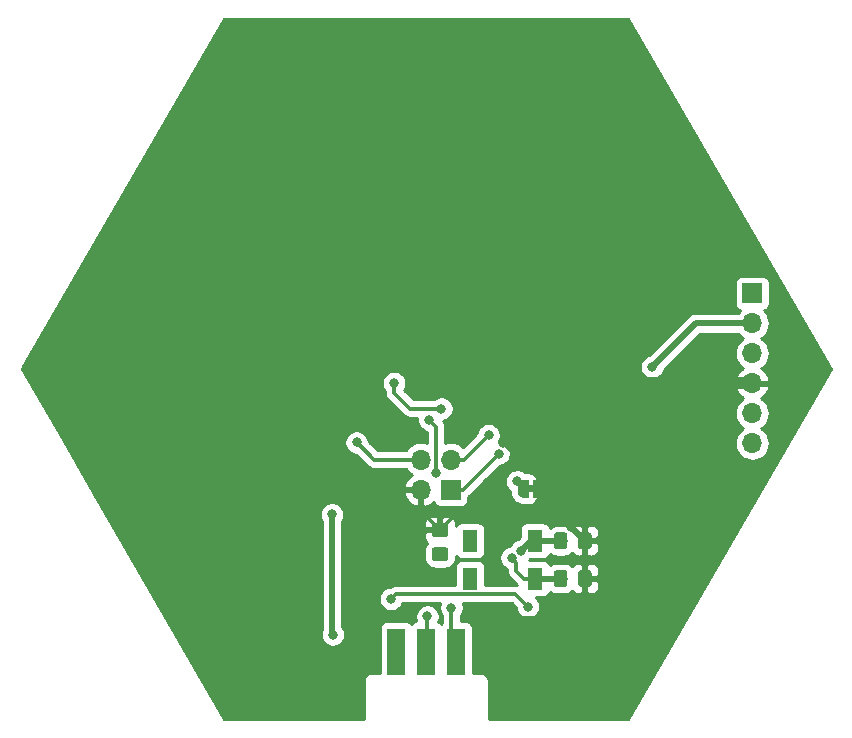
<source format=gbl>
G04 #@! TF.GenerationSoftware,KiCad,Pcbnew,(5.1.4)-1*
G04 #@! TF.CreationDate,2020-11-30T17:40:18+01:00*
G04 #@! TF.ProjectId,BME680,424d4536-3830-42e6-9b69-6361645f7063,A*
G04 #@! TF.SameCoordinates,Original*
G04 #@! TF.FileFunction,Copper,L2,Bot*
G04 #@! TF.FilePolarity,Positive*
%FSLAX46Y46*%
G04 Gerber Fmt 4.6, Leading zero omitted, Abs format (unit mm)*
G04 Created by KiCad (PCBNEW (5.1.4)-1) date 2020-11-30 17:40:18*
%MOMM*%
%LPD*%
G04 APERTURE LIST*
%ADD10C,0.100000*%
%ADD11O,1.700000X1.700000*%
%ADD12R,1.700000X1.700000*%
%ADD13R,1.524000X4.000000*%
%ADD14C,1.150000*%
%ADD15R,1.300000X1.900000*%
%ADD16C,0.500000*%
%ADD17C,0.800000*%
%ADD18C,0.300000*%
%ADD19C,0.500000*%
%ADD20C,1.000000*%
%ADD21C,0.254000*%
G04 APERTURE END LIST*
D10*
G36*
X131140600Y-125045800D02*
G01*
X131640600Y-125045800D01*
X131640600Y-125645800D01*
X131140600Y-125645800D01*
X131140600Y-125045800D01*
G37*
D11*
X150100000Y-121485000D03*
X150100000Y-118945000D03*
X150100000Y-116405000D03*
X150100000Y-113865000D03*
X150100000Y-111325000D03*
D12*
X150100000Y-108785000D03*
D13*
X119960000Y-139168000D03*
X122500000Y-139168000D03*
X125040000Y-139168000D03*
D10*
G36*
X136279305Y-129041204D02*
G01*
X136303573Y-129044804D01*
X136327372Y-129050765D01*
X136350471Y-129059030D01*
X136372650Y-129069520D01*
X136393693Y-129082132D01*
X136413399Y-129096747D01*
X136431577Y-129113223D01*
X136448053Y-129131401D01*
X136462668Y-129151107D01*
X136475280Y-129172150D01*
X136485770Y-129194329D01*
X136494035Y-129217428D01*
X136499996Y-129241227D01*
X136503596Y-129265495D01*
X136504800Y-129289999D01*
X136504800Y-130190001D01*
X136503596Y-130214505D01*
X136499996Y-130238773D01*
X136494035Y-130262572D01*
X136485770Y-130285671D01*
X136475280Y-130307850D01*
X136462668Y-130328893D01*
X136448053Y-130348599D01*
X136431577Y-130366777D01*
X136413399Y-130383253D01*
X136393693Y-130397868D01*
X136372650Y-130410480D01*
X136350471Y-130420970D01*
X136327372Y-130429235D01*
X136303573Y-130435196D01*
X136279305Y-130438796D01*
X136254801Y-130440000D01*
X135604799Y-130440000D01*
X135580295Y-130438796D01*
X135556027Y-130435196D01*
X135532228Y-130429235D01*
X135509129Y-130420970D01*
X135486950Y-130410480D01*
X135465907Y-130397868D01*
X135446201Y-130383253D01*
X135428023Y-130366777D01*
X135411547Y-130348599D01*
X135396932Y-130328893D01*
X135384320Y-130307850D01*
X135373830Y-130285671D01*
X135365565Y-130262572D01*
X135359604Y-130238773D01*
X135356004Y-130214505D01*
X135354800Y-130190001D01*
X135354800Y-129289999D01*
X135356004Y-129265495D01*
X135359604Y-129241227D01*
X135365565Y-129217428D01*
X135373830Y-129194329D01*
X135384320Y-129172150D01*
X135396932Y-129151107D01*
X135411547Y-129131401D01*
X135428023Y-129113223D01*
X135446201Y-129096747D01*
X135465907Y-129082132D01*
X135486950Y-129069520D01*
X135509129Y-129059030D01*
X135532228Y-129050765D01*
X135556027Y-129044804D01*
X135580295Y-129041204D01*
X135604799Y-129040000D01*
X136254801Y-129040000D01*
X136279305Y-129041204D01*
X136279305Y-129041204D01*
G37*
D14*
X135929800Y-129740000D03*
D10*
G36*
X134229305Y-129041204D02*
G01*
X134253573Y-129044804D01*
X134277372Y-129050765D01*
X134300471Y-129059030D01*
X134322650Y-129069520D01*
X134343693Y-129082132D01*
X134363399Y-129096747D01*
X134381577Y-129113223D01*
X134398053Y-129131401D01*
X134412668Y-129151107D01*
X134425280Y-129172150D01*
X134435770Y-129194329D01*
X134444035Y-129217428D01*
X134449996Y-129241227D01*
X134453596Y-129265495D01*
X134454800Y-129289999D01*
X134454800Y-130190001D01*
X134453596Y-130214505D01*
X134449996Y-130238773D01*
X134444035Y-130262572D01*
X134435770Y-130285671D01*
X134425280Y-130307850D01*
X134412668Y-130328893D01*
X134398053Y-130348599D01*
X134381577Y-130366777D01*
X134363399Y-130383253D01*
X134343693Y-130397868D01*
X134322650Y-130410480D01*
X134300471Y-130420970D01*
X134277372Y-130429235D01*
X134253573Y-130435196D01*
X134229305Y-130438796D01*
X134204801Y-130440000D01*
X133554799Y-130440000D01*
X133530295Y-130438796D01*
X133506027Y-130435196D01*
X133482228Y-130429235D01*
X133459129Y-130420970D01*
X133436950Y-130410480D01*
X133415907Y-130397868D01*
X133396201Y-130383253D01*
X133378023Y-130366777D01*
X133361547Y-130348599D01*
X133346932Y-130328893D01*
X133334320Y-130307850D01*
X133323830Y-130285671D01*
X133315565Y-130262572D01*
X133309604Y-130238773D01*
X133306004Y-130214505D01*
X133304800Y-130190001D01*
X133304800Y-129289999D01*
X133306004Y-129265495D01*
X133309604Y-129241227D01*
X133315565Y-129217428D01*
X133323830Y-129194329D01*
X133334320Y-129172150D01*
X133346932Y-129151107D01*
X133361547Y-129131401D01*
X133378023Y-129113223D01*
X133396201Y-129096747D01*
X133415907Y-129082132D01*
X133436950Y-129069520D01*
X133459129Y-129059030D01*
X133482228Y-129050765D01*
X133506027Y-129044804D01*
X133530295Y-129041204D01*
X133554799Y-129040000D01*
X134204801Y-129040000D01*
X134229305Y-129041204D01*
X134229305Y-129041204D01*
G37*
D14*
X133879800Y-129740000D03*
D10*
G36*
X134229305Y-132241604D02*
G01*
X134253573Y-132245204D01*
X134277372Y-132251165D01*
X134300471Y-132259430D01*
X134322650Y-132269920D01*
X134343693Y-132282532D01*
X134363399Y-132297147D01*
X134381577Y-132313623D01*
X134398053Y-132331801D01*
X134412668Y-132351507D01*
X134425280Y-132372550D01*
X134435770Y-132394729D01*
X134444035Y-132417828D01*
X134449996Y-132441627D01*
X134453596Y-132465895D01*
X134454800Y-132490399D01*
X134454800Y-133390401D01*
X134453596Y-133414905D01*
X134449996Y-133439173D01*
X134444035Y-133462972D01*
X134435770Y-133486071D01*
X134425280Y-133508250D01*
X134412668Y-133529293D01*
X134398053Y-133548999D01*
X134381577Y-133567177D01*
X134363399Y-133583653D01*
X134343693Y-133598268D01*
X134322650Y-133610880D01*
X134300471Y-133621370D01*
X134277372Y-133629635D01*
X134253573Y-133635596D01*
X134229305Y-133639196D01*
X134204801Y-133640400D01*
X133554799Y-133640400D01*
X133530295Y-133639196D01*
X133506027Y-133635596D01*
X133482228Y-133629635D01*
X133459129Y-133621370D01*
X133436950Y-133610880D01*
X133415907Y-133598268D01*
X133396201Y-133583653D01*
X133378023Y-133567177D01*
X133361547Y-133548999D01*
X133346932Y-133529293D01*
X133334320Y-133508250D01*
X133323830Y-133486071D01*
X133315565Y-133462972D01*
X133309604Y-133439173D01*
X133306004Y-133414905D01*
X133304800Y-133390401D01*
X133304800Y-132490399D01*
X133306004Y-132465895D01*
X133309604Y-132441627D01*
X133315565Y-132417828D01*
X133323830Y-132394729D01*
X133334320Y-132372550D01*
X133346932Y-132351507D01*
X133361547Y-132331801D01*
X133378023Y-132313623D01*
X133396201Y-132297147D01*
X133415907Y-132282532D01*
X133436950Y-132269920D01*
X133459129Y-132259430D01*
X133482228Y-132251165D01*
X133506027Y-132245204D01*
X133530295Y-132241604D01*
X133554799Y-132240400D01*
X134204801Y-132240400D01*
X134229305Y-132241604D01*
X134229305Y-132241604D01*
G37*
D14*
X133879800Y-132940400D03*
D10*
G36*
X136279305Y-132241604D02*
G01*
X136303573Y-132245204D01*
X136327372Y-132251165D01*
X136350471Y-132259430D01*
X136372650Y-132269920D01*
X136393693Y-132282532D01*
X136413399Y-132297147D01*
X136431577Y-132313623D01*
X136448053Y-132331801D01*
X136462668Y-132351507D01*
X136475280Y-132372550D01*
X136485770Y-132394729D01*
X136494035Y-132417828D01*
X136499996Y-132441627D01*
X136503596Y-132465895D01*
X136504800Y-132490399D01*
X136504800Y-133390401D01*
X136503596Y-133414905D01*
X136499996Y-133439173D01*
X136494035Y-133462972D01*
X136485770Y-133486071D01*
X136475280Y-133508250D01*
X136462668Y-133529293D01*
X136448053Y-133548999D01*
X136431577Y-133567177D01*
X136413399Y-133583653D01*
X136393693Y-133598268D01*
X136372650Y-133610880D01*
X136350471Y-133621370D01*
X136327372Y-133629635D01*
X136303573Y-133635596D01*
X136279305Y-133639196D01*
X136254801Y-133640400D01*
X135604799Y-133640400D01*
X135580295Y-133639196D01*
X135556027Y-133635596D01*
X135532228Y-133629635D01*
X135509129Y-133621370D01*
X135486950Y-133610880D01*
X135465907Y-133598268D01*
X135446201Y-133583653D01*
X135428023Y-133567177D01*
X135411547Y-133548999D01*
X135396932Y-133529293D01*
X135384320Y-133508250D01*
X135373830Y-133486071D01*
X135365565Y-133462972D01*
X135359604Y-133439173D01*
X135356004Y-133414905D01*
X135354800Y-133390401D01*
X135354800Y-132490399D01*
X135356004Y-132465895D01*
X135359604Y-132441627D01*
X135365565Y-132417828D01*
X135373830Y-132394729D01*
X135384320Y-132372550D01*
X135396932Y-132351507D01*
X135411547Y-132331801D01*
X135428023Y-132313623D01*
X135446201Y-132297147D01*
X135465907Y-132282532D01*
X135486950Y-132269920D01*
X135509129Y-132259430D01*
X135532228Y-132251165D01*
X135556027Y-132245204D01*
X135580295Y-132241604D01*
X135604799Y-132240400D01*
X136254801Y-132240400D01*
X136279305Y-132241604D01*
X136279305Y-132241604D01*
G37*
D14*
X135929800Y-132940400D03*
D10*
G36*
X124143505Y-128259204D02*
G01*
X124167773Y-128262804D01*
X124191572Y-128268765D01*
X124214671Y-128277030D01*
X124236850Y-128287520D01*
X124257893Y-128300132D01*
X124277599Y-128314747D01*
X124295777Y-128331223D01*
X124312253Y-128349401D01*
X124326868Y-128369107D01*
X124339480Y-128390150D01*
X124349970Y-128412329D01*
X124358235Y-128435428D01*
X124364196Y-128459227D01*
X124367796Y-128483495D01*
X124369000Y-128507999D01*
X124369000Y-129158001D01*
X124367796Y-129182505D01*
X124364196Y-129206773D01*
X124358235Y-129230572D01*
X124349970Y-129253671D01*
X124339480Y-129275850D01*
X124326868Y-129296893D01*
X124312253Y-129316599D01*
X124295777Y-129334777D01*
X124277599Y-129351253D01*
X124257893Y-129365868D01*
X124236850Y-129378480D01*
X124214671Y-129388970D01*
X124191572Y-129397235D01*
X124167773Y-129403196D01*
X124143505Y-129406796D01*
X124119001Y-129408000D01*
X123218999Y-129408000D01*
X123194495Y-129406796D01*
X123170227Y-129403196D01*
X123146428Y-129397235D01*
X123123329Y-129388970D01*
X123101150Y-129378480D01*
X123080107Y-129365868D01*
X123060401Y-129351253D01*
X123042223Y-129334777D01*
X123025747Y-129316599D01*
X123011132Y-129296893D01*
X122998520Y-129275850D01*
X122988030Y-129253671D01*
X122979765Y-129230572D01*
X122973804Y-129206773D01*
X122970204Y-129182505D01*
X122969000Y-129158001D01*
X122969000Y-128507999D01*
X122970204Y-128483495D01*
X122973804Y-128459227D01*
X122979765Y-128435428D01*
X122988030Y-128412329D01*
X122998520Y-128390150D01*
X123011132Y-128369107D01*
X123025747Y-128349401D01*
X123042223Y-128331223D01*
X123060401Y-128314747D01*
X123080107Y-128300132D01*
X123101150Y-128287520D01*
X123123329Y-128277030D01*
X123146428Y-128268765D01*
X123170227Y-128262804D01*
X123194495Y-128259204D01*
X123218999Y-128258000D01*
X124119001Y-128258000D01*
X124143505Y-128259204D01*
X124143505Y-128259204D01*
G37*
D14*
X123669000Y-128833000D03*
D10*
G36*
X124143505Y-130309204D02*
G01*
X124167773Y-130312804D01*
X124191572Y-130318765D01*
X124214671Y-130327030D01*
X124236850Y-130337520D01*
X124257893Y-130350132D01*
X124277599Y-130364747D01*
X124295777Y-130381223D01*
X124312253Y-130399401D01*
X124326868Y-130419107D01*
X124339480Y-130440150D01*
X124349970Y-130462329D01*
X124358235Y-130485428D01*
X124364196Y-130509227D01*
X124367796Y-130533495D01*
X124369000Y-130557999D01*
X124369000Y-131208001D01*
X124367796Y-131232505D01*
X124364196Y-131256773D01*
X124358235Y-131280572D01*
X124349970Y-131303671D01*
X124339480Y-131325850D01*
X124326868Y-131346893D01*
X124312253Y-131366599D01*
X124295777Y-131384777D01*
X124277599Y-131401253D01*
X124257893Y-131415868D01*
X124236850Y-131428480D01*
X124214671Y-131438970D01*
X124191572Y-131447235D01*
X124167773Y-131453196D01*
X124143505Y-131456796D01*
X124119001Y-131458000D01*
X123218999Y-131458000D01*
X123194495Y-131456796D01*
X123170227Y-131453196D01*
X123146428Y-131447235D01*
X123123329Y-131438970D01*
X123101150Y-131428480D01*
X123080107Y-131415868D01*
X123060401Y-131401253D01*
X123042223Y-131384777D01*
X123025747Y-131366599D01*
X123011132Y-131346893D01*
X122998520Y-131325850D01*
X122988030Y-131303671D01*
X122979765Y-131280572D01*
X122973804Y-131256773D01*
X122970204Y-131232505D01*
X122969000Y-131208001D01*
X122969000Y-130557999D01*
X122970204Y-130533495D01*
X122973804Y-130509227D01*
X122979765Y-130485428D01*
X122988030Y-130462329D01*
X122998520Y-130440150D01*
X123011132Y-130419107D01*
X123025747Y-130399401D01*
X123042223Y-130381223D01*
X123060401Y-130364747D01*
X123080107Y-130350132D01*
X123101150Y-130337520D01*
X123123329Y-130327030D01*
X123146428Y-130318765D01*
X123170227Y-130312804D01*
X123194495Y-130309204D01*
X123218999Y-130308000D01*
X124119001Y-130308000D01*
X124143505Y-130309204D01*
X124143505Y-130309204D01*
G37*
D14*
X123669000Y-130883000D03*
D15*
X131702200Y-132940200D03*
X126202200Y-132940200D03*
X126202200Y-129740200D03*
X131702200Y-129740200D03*
D16*
X130740600Y-125345800D03*
D10*
G36*
X130740600Y-126095198D02*
G01*
X130716066Y-126095198D01*
X130667235Y-126090388D01*
X130619110Y-126080816D01*
X130572155Y-126066572D01*
X130526822Y-126047795D01*
X130483549Y-126024664D01*
X130442750Y-125997404D01*
X130404821Y-125966276D01*
X130370124Y-125931579D01*
X130338996Y-125893650D01*
X130311736Y-125852851D01*
X130288605Y-125809578D01*
X130269828Y-125764245D01*
X130255584Y-125717290D01*
X130246012Y-125669165D01*
X130241202Y-125620334D01*
X130241202Y-125595800D01*
X130240600Y-125595800D01*
X130240600Y-125095800D01*
X130241202Y-125095800D01*
X130241202Y-125071266D01*
X130246012Y-125022435D01*
X130255584Y-124974310D01*
X130269828Y-124927355D01*
X130288605Y-124882022D01*
X130311736Y-124838749D01*
X130338996Y-124797950D01*
X130370124Y-124760021D01*
X130404821Y-124725324D01*
X130442750Y-124694196D01*
X130483549Y-124666936D01*
X130526822Y-124643805D01*
X130572155Y-124625028D01*
X130619110Y-124610784D01*
X130667235Y-124601212D01*
X130716066Y-124596402D01*
X130740600Y-124596402D01*
X130740600Y-124595800D01*
X131240600Y-124595800D01*
X131240600Y-126095800D01*
X130740600Y-126095800D01*
X130740600Y-126095198D01*
X130740600Y-126095198D01*
G37*
D16*
X132040600Y-125345800D03*
D10*
G36*
X131540600Y-124595800D02*
G01*
X132040600Y-124595800D01*
X132040600Y-124596402D01*
X132065134Y-124596402D01*
X132113965Y-124601212D01*
X132162090Y-124610784D01*
X132209045Y-124625028D01*
X132254378Y-124643805D01*
X132297651Y-124666936D01*
X132338450Y-124694196D01*
X132376379Y-124725324D01*
X132411076Y-124760021D01*
X132442204Y-124797950D01*
X132469464Y-124838749D01*
X132492595Y-124882022D01*
X132511372Y-124927355D01*
X132525616Y-124974310D01*
X132535188Y-125022435D01*
X132539998Y-125071266D01*
X132539998Y-125095800D01*
X132540600Y-125095800D01*
X132540600Y-125595800D01*
X132539998Y-125595800D01*
X132539998Y-125620334D01*
X132535188Y-125669165D01*
X132525616Y-125717290D01*
X132511372Y-125764245D01*
X132492595Y-125809578D01*
X132469464Y-125852851D01*
X132442204Y-125893650D01*
X132411076Y-125931579D01*
X132376379Y-125966276D01*
X132338450Y-125997404D01*
X132297651Y-126024664D01*
X132254378Y-126047795D01*
X132209045Y-126066572D01*
X132162090Y-126080816D01*
X132113965Y-126090388D01*
X132065134Y-126095198D01*
X132040600Y-126095198D01*
X132040600Y-126095800D01*
X131540600Y-126095800D01*
X131540600Y-124595800D01*
X131540600Y-124595800D01*
G37*
D11*
X122043400Y-122882000D03*
X122043400Y-125422000D03*
X124583400Y-122882000D03*
D12*
X124583400Y-125422000D03*
D17*
X116611600Y-121423400D03*
X122431600Y-109488000D03*
X122881600Y-112874400D03*
X112569200Y-131314800D03*
X113763000Y-120291200D03*
X138165000Y-128553600D03*
X134794200Y-128546200D03*
X131148000Y-127508200D03*
X134226400Y-122568200D03*
X125892200Y-136267800D03*
X129384000Y-135328000D03*
X129307800Y-116938400D03*
X123643600Y-117243200D03*
X128977096Y-121434704D03*
X114525000Y-127504800D03*
X114601200Y-137690200D03*
X122602200Y-136140800D03*
X124634200Y-135417800D03*
X130538787Y-130595647D03*
X129738314Y-131195019D03*
X130196800Y-124710800D03*
X119528800Y-134667600D03*
X131111200Y-135328000D03*
X141626800Y-115033400D03*
X119782800Y-116405000D03*
X123796000Y-118564000D03*
X123669000Y-130883000D03*
X123338800Y-124025000D03*
X122767492Y-119515800D03*
X127783800Y-120799200D03*
X128637744Y-122375366D03*
D18*
X122043400Y-122882000D02*
X118070200Y-122882000D01*
X118070200Y-122882000D02*
X116611600Y-121423400D01*
X122881600Y-109938000D02*
X122431600Y-109488000D01*
X112569200Y-121485000D02*
X113763000Y-120291200D01*
D19*
X135929800Y-132940400D02*
X135929800Y-129740000D01*
X136978600Y-129740000D02*
X138165000Y-128553600D01*
X135929800Y-129740000D02*
X136978600Y-129740000D01*
X134794200Y-128604400D02*
X135929800Y-129740000D01*
X134794200Y-128546200D02*
X134794200Y-128604400D01*
D18*
X132040600Y-125345800D02*
X132040600Y-126615600D01*
X132040600Y-126615600D02*
X131148000Y-127508200D01*
X134226400Y-123160000D02*
X134226400Y-122568200D01*
X132040600Y-125345800D02*
X134226400Y-123160000D01*
X132040600Y-125345800D02*
X132040600Y-124498208D01*
X132040600Y-124498208D02*
X128977096Y-121434704D01*
X135929800Y-134903600D02*
X135929800Y-132940400D01*
X134565600Y-136267800D02*
X135929800Y-134903600D01*
X125892200Y-136267800D02*
X129409400Y-136267800D01*
X129409400Y-136267800D02*
X134565600Y-136267800D01*
X129409400Y-136267800D02*
X129409400Y-135353400D01*
X129409400Y-135353400D02*
X129384000Y-135328000D01*
D19*
X128976592Y-117835293D02*
X128976592Y-121434200D01*
X129307800Y-117504085D02*
X128976592Y-117835293D01*
X129307800Y-116938400D02*
X129307800Y-117504085D01*
X122881600Y-110664600D02*
X123034000Y-110664600D01*
D18*
X122881600Y-110664600D02*
X122881600Y-109938000D01*
X122881600Y-112874400D02*
X122881600Y-110664600D01*
X124043599Y-116792401D02*
X126602700Y-114233300D01*
X124043599Y-116843201D02*
X124043599Y-116792401D01*
X123643600Y-117243200D02*
X124043599Y-116843201D01*
D19*
X123034000Y-110664600D02*
X126602700Y-114233300D01*
X126602700Y-114233300D02*
X129307800Y-116938400D01*
D18*
X112569200Y-131314800D02*
X112569200Y-126361800D01*
D20*
X140389600Y-116405000D02*
X134226400Y-122568200D01*
X150100000Y-116405000D02*
X140389600Y-116405000D01*
D18*
X112594600Y-125422000D02*
X112569200Y-125396600D01*
X122043400Y-125422000D02*
X112594600Y-125422000D01*
X112569200Y-126361800D02*
X112569200Y-125396600D01*
X112569200Y-125396600D02*
X112569200Y-121485000D01*
X122043400Y-127207400D02*
X123669000Y-128833000D01*
X122043400Y-125422000D02*
X122043400Y-127207400D01*
X124993800Y-127508200D02*
X131148000Y-127508200D01*
X123669000Y-128833000D02*
X124993800Y-127508200D01*
X128977096Y-121434704D02*
X128976592Y-121434200D01*
X114525000Y-127504800D02*
X114525000Y-134388200D01*
D19*
X114525000Y-134388200D02*
X114525000Y-137614000D01*
X114525000Y-137614000D02*
X114601200Y-137690200D01*
X114525000Y-127504800D02*
X114525000Y-137614000D01*
D18*
X122602200Y-139065800D02*
X122500000Y-139168000D01*
X122602200Y-136140800D02*
X122602200Y-139065800D01*
X125142200Y-139065800D02*
X125040000Y-139168000D01*
X124634200Y-138762200D02*
X125040000Y-139168000D01*
X124634200Y-135417800D02*
X124634200Y-138762200D01*
D19*
X133879600Y-129740200D02*
X133879800Y-129740000D01*
X131702200Y-129740200D02*
X133879600Y-129740200D01*
X131702200Y-129740200D02*
X131394234Y-129740200D01*
X131394234Y-129740200D02*
X130538787Y-130595647D01*
X133879600Y-132940200D02*
X133879800Y-132940400D01*
X131702200Y-132940200D02*
X133879600Y-132940200D01*
D18*
X130752200Y-132940200D02*
X131702200Y-132940200D01*
X130138313Y-132326313D02*
X130752200Y-132940200D01*
X130138313Y-131595018D02*
X130138313Y-132326313D01*
X129738314Y-131195019D02*
X130138313Y-131595018D01*
X130196800Y-124802000D02*
X130740600Y-125345800D01*
X130196800Y-124710800D02*
X130196800Y-124802000D01*
X130050801Y-134267601D02*
X131111200Y-135328000D01*
X119528800Y-134667600D02*
X119928799Y-134267601D01*
X119928799Y-134267601D02*
X130050801Y-134267601D01*
D19*
X145335200Y-111325000D02*
X150100000Y-111325000D01*
X141626800Y-115033400D02*
X145335200Y-111325000D01*
D18*
X121136598Y-118564000D02*
X123796000Y-118564000D01*
X119782800Y-117210202D02*
X121136598Y-118564000D01*
X119782800Y-116405000D02*
X119782800Y-117210202D01*
X123338800Y-123669400D02*
X123338800Y-124025000D01*
X123338800Y-120087108D02*
X123338800Y-124025000D01*
X122767492Y-119515800D02*
X123338800Y-120087108D01*
X125701000Y-122882000D02*
X124583400Y-122882000D01*
X127783800Y-120799200D02*
X125701000Y-122882000D01*
X125591110Y-125422000D02*
X124583400Y-125422000D01*
X128637744Y-122375366D02*
X125591110Y-125422000D01*
D21*
G36*
X156737892Y-115178000D02*
G01*
X139618955Y-144828000D01*
X127780000Y-144828000D01*
X127780000Y-141604599D01*
X127783193Y-141572180D01*
X127770450Y-141442797D01*
X127732710Y-141318387D01*
X127671425Y-141203730D01*
X127588948Y-141103232D01*
X127488450Y-141020755D01*
X127373793Y-140959470D01*
X127249383Y-140921730D01*
X127152419Y-140912180D01*
X127120000Y-140908987D01*
X127087581Y-140912180D01*
X126440072Y-140912180D01*
X126440072Y-137168000D01*
X126427812Y-137043518D01*
X126391502Y-136923820D01*
X126332537Y-136813506D01*
X126253185Y-136716815D01*
X126156494Y-136637463D01*
X126046180Y-136578498D01*
X125926482Y-136542188D01*
X125802000Y-136529928D01*
X125419200Y-136529928D01*
X125419200Y-136096511D01*
X125438137Y-136077574D01*
X125551405Y-135908056D01*
X125629426Y-135719698D01*
X125669200Y-135519739D01*
X125669200Y-135315861D01*
X125629426Y-135115902D01*
X125603206Y-135052601D01*
X129725644Y-135052601D01*
X130076200Y-135403157D01*
X130076200Y-135429939D01*
X130115974Y-135629898D01*
X130193995Y-135818256D01*
X130307263Y-135987774D01*
X130451426Y-136131937D01*
X130620944Y-136245205D01*
X130809302Y-136323226D01*
X131009261Y-136363000D01*
X131213139Y-136363000D01*
X131413098Y-136323226D01*
X131601456Y-136245205D01*
X131770974Y-136131937D01*
X131915137Y-135987774D01*
X132028405Y-135818256D01*
X132106426Y-135629898D01*
X132146200Y-135429939D01*
X132146200Y-135226061D01*
X132106426Y-135026102D01*
X132028405Y-134837744D01*
X131915137Y-134668226D01*
X131775183Y-134528272D01*
X132352200Y-134528272D01*
X132476682Y-134516012D01*
X132596380Y-134479702D01*
X132706694Y-134420737D01*
X132803385Y-134341385D01*
X132882737Y-134244694D01*
X132941702Y-134134380D01*
X132966918Y-134051255D01*
X133061413Y-134128805D01*
X133214949Y-134210872D01*
X133381545Y-134261408D01*
X133554799Y-134278472D01*
X134204801Y-134278472D01*
X134378055Y-134261408D01*
X134544651Y-134210872D01*
X134698187Y-134128805D01*
X134832762Y-134018362D01*
X134838142Y-134011806D01*
X134903615Y-134091585D01*
X135000306Y-134170937D01*
X135110620Y-134229902D01*
X135230318Y-134266212D01*
X135354800Y-134278472D01*
X135644050Y-134275400D01*
X135802800Y-134116650D01*
X135802800Y-133067400D01*
X136056800Y-133067400D01*
X136056800Y-134116650D01*
X136215550Y-134275400D01*
X136504800Y-134278472D01*
X136629282Y-134266212D01*
X136748980Y-134229902D01*
X136859294Y-134170937D01*
X136955985Y-134091585D01*
X137035337Y-133994894D01*
X137094302Y-133884580D01*
X137130612Y-133764882D01*
X137142872Y-133640400D01*
X137139800Y-133226150D01*
X136981050Y-133067400D01*
X136056800Y-133067400D01*
X135802800Y-133067400D01*
X135782800Y-133067400D01*
X135782800Y-132813400D01*
X135802800Y-132813400D01*
X135802800Y-131764150D01*
X136056800Y-131764150D01*
X136056800Y-132813400D01*
X136981050Y-132813400D01*
X137139800Y-132654650D01*
X137142872Y-132240400D01*
X137130612Y-132115918D01*
X137094302Y-131996220D01*
X137035337Y-131885906D01*
X136955985Y-131789215D01*
X136859294Y-131709863D01*
X136748980Y-131650898D01*
X136629282Y-131614588D01*
X136504800Y-131602328D01*
X136215550Y-131605400D01*
X136056800Y-131764150D01*
X135802800Y-131764150D01*
X135644050Y-131605400D01*
X135354800Y-131602328D01*
X135230318Y-131614588D01*
X135110620Y-131650898D01*
X135000306Y-131709863D01*
X134903615Y-131789215D01*
X134838142Y-131868994D01*
X134832762Y-131862438D01*
X134698187Y-131751995D01*
X134544651Y-131669928D01*
X134378055Y-131619392D01*
X134204801Y-131602328D01*
X133554799Y-131602328D01*
X133381545Y-131619392D01*
X133214949Y-131669928D01*
X133061413Y-131751995D01*
X132967015Y-131829466D01*
X132941702Y-131746020D01*
X132882737Y-131635706D01*
X132803385Y-131539015D01*
X132706694Y-131459663D01*
X132596380Y-131400698D01*
X132476682Y-131364388D01*
X132352200Y-131352128D01*
X131246017Y-131352128D01*
X131269873Y-131328272D01*
X132352200Y-131328272D01*
X132476682Y-131316012D01*
X132596380Y-131279702D01*
X132706694Y-131220737D01*
X132803385Y-131141385D01*
X132882737Y-131044694D01*
X132941702Y-130934380D01*
X132967015Y-130850934D01*
X133061413Y-130928405D01*
X133214949Y-131010472D01*
X133381545Y-131061008D01*
X133554799Y-131078072D01*
X134204801Y-131078072D01*
X134378055Y-131061008D01*
X134544651Y-131010472D01*
X134698187Y-130928405D01*
X134832762Y-130817962D01*
X134838142Y-130811406D01*
X134903615Y-130891185D01*
X135000306Y-130970537D01*
X135110620Y-131029502D01*
X135230318Y-131065812D01*
X135354800Y-131078072D01*
X135644050Y-131075000D01*
X135802800Y-130916250D01*
X135802800Y-129867000D01*
X136056800Y-129867000D01*
X136056800Y-130916250D01*
X136215550Y-131075000D01*
X136504800Y-131078072D01*
X136629282Y-131065812D01*
X136748980Y-131029502D01*
X136859294Y-130970537D01*
X136955985Y-130891185D01*
X137035337Y-130794494D01*
X137094302Y-130684180D01*
X137130612Y-130564482D01*
X137142872Y-130440000D01*
X137139800Y-130025750D01*
X136981050Y-129867000D01*
X136056800Y-129867000D01*
X135802800Y-129867000D01*
X135782800Y-129867000D01*
X135782800Y-129613000D01*
X135802800Y-129613000D01*
X135802800Y-128563750D01*
X136056800Y-128563750D01*
X136056800Y-129613000D01*
X136981050Y-129613000D01*
X137139800Y-129454250D01*
X137142872Y-129040000D01*
X137130612Y-128915518D01*
X137094302Y-128795820D01*
X137035337Y-128685506D01*
X136955985Y-128588815D01*
X136859294Y-128509463D01*
X136748980Y-128450498D01*
X136629282Y-128414188D01*
X136504800Y-128401928D01*
X136215550Y-128405000D01*
X136056800Y-128563750D01*
X135802800Y-128563750D01*
X135644050Y-128405000D01*
X135354800Y-128401928D01*
X135230318Y-128414188D01*
X135110620Y-128450498D01*
X135000306Y-128509463D01*
X134903615Y-128588815D01*
X134838142Y-128668594D01*
X134832762Y-128662038D01*
X134698187Y-128551595D01*
X134544651Y-128469528D01*
X134378055Y-128418992D01*
X134204801Y-128401928D01*
X133554799Y-128401928D01*
X133381545Y-128418992D01*
X133214949Y-128469528D01*
X133061413Y-128551595D01*
X132966918Y-128629145D01*
X132941702Y-128546020D01*
X132882737Y-128435706D01*
X132803385Y-128339015D01*
X132706694Y-128259663D01*
X132596380Y-128200698D01*
X132476682Y-128164388D01*
X132352200Y-128152128D01*
X131052200Y-128152128D01*
X130927718Y-128164388D01*
X130808020Y-128200698D01*
X130697706Y-128259663D01*
X130601015Y-128339015D01*
X130521663Y-128435706D01*
X130462698Y-128546020D01*
X130426388Y-128665718D01*
X130414128Y-128790200D01*
X130414128Y-129468727D01*
X130293744Y-129589112D01*
X130236889Y-129600421D01*
X130048531Y-129678442D01*
X129879013Y-129791710D01*
X129734850Y-129935873D01*
X129621582Y-130105391D01*
X129595594Y-130168131D01*
X129436416Y-130199793D01*
X129248058Y-130277814D01*
X129078540Y-130391082D01*
X128934377Y-130535245D01*
X128821109Y-130704763D01*
X128743088Y-130893121D01*
X128703314Y-131093080D01*
X128703314Y-131296958D01*
X128743088Y-131496917D01*
X128821109Y-131685275D01*
X128934377Y-131854793D01*
X129078540Y-131998956D01*
X129248058Y-132112224D01*
X129353313Y-132155822D01*
X129353313Y-132287760D01*
X129349516Y-132326313D01*
X129353313Y-132364866D01*
X129353313Y-132364874D01*
X129361337Y-132446342D01*
X129364672Y-132480199D01*
X129409559Y-132628172D01*
X129409560Y-132628173D01*
X129482452Y-132764546D01*
X129500316Y-132786313D01*
X129555968Y-132854125D01*
X129555972Y-132854129D01*
X129580550Y-132884077D01*
X129610498Y-132908655D01*
X130169857Y-133468015D01*
X130189959Y-133492509D01*
X130089362Y-133482601D01*
X130089354Y-133482601D01*
X130050801Y-133478804D01*
X130012248Y-133482601D01*
X127490272Y-133482601D01*
X127490272Y-131990200D01*
X127478012Y-131865718D01*
X127441702Y-131746020D01*
X127382737Y-131635706D01*
X127303385Y-131539015D01*
X127206694Y-131459663D01*
X127096380Y-131400698D01*
X126976682Y-131364388D01*
X126852200Y-131352128D01*
X125552200Y-131352128D01*
X125427718Y-131364388D01*
X125308020Y-131400698D01*
X125197706Y-131459663D01*
X125101015Y-131539015D01*
X125021663Y-131635706D01*
X124962698Y-131746020D01*
X124926388Y-131865718D01*
X124914128Y-131990200D01*
X124914128Y-133482601D01*
X119967351Y-133482601D01*
X119928798Y-133478804D01*
X119890245Y-133482601D01*
X119890238Y-133482601D01*
X119774912Y-133493960D01*
X119626939Y-133538847D01*
X119490566Y-133611739D01*
X119465147Y-133632600D01*
X119426861Y-133632600D01*
X119226902Y-133672374D01*
X119038544Y-133750395D01*
X118869026Y-133863663D01*
X118724863Y-134007826D01*
X118611595Y-134177344D01*
X118533574Y-134365702D01*
X118493800Y-134565661D01*
X118493800Y-134769539D01*
X118533574Y-134969498D01*
X118611595Y-135157856D01*
X118724863Y-135327374D01*
X118869026Y-135471537D01*
X119038544Y-135584805D01*
X119226902Y-135662826D01*
X119426861Y-135702600D01*
X119630739Y-135702600D01*
X119830698Y-135662826D01*
X120019056Y-135584805D01*
X120188574Y-135471537D01*
X120332737Y-135327374D01*
X120446005Y-135157856D01*
X120489603Y-135052601D01*
X123665194Y-135052601D01*
X123638974Y-135115902D01*
X123599200Y-135315861D01*
X123599200Y-135519739D01*
X123638974Y-135719698D01*
X123716995Y-135908056D01*
X123830263Y-136077574D01*
X123849200Y-136096511D01*
X123849200Y-136698444D01*
X123826815Y-136716815D01*
X123770000Y-136786044D01*
X123713185Y-136716815D01*
X123616494Y-136637463D01*
X123534832Y-136593813D01*
X123597426Y-136442698D01*
X123637200Y-136242739D01*
X123637200Y-136038861D01*
X123597426Y-135838902D01*
X123519405Y-135650544D01*
X123406137Y-135481026D01*
X123261974Y-135336863D01*
X123092456Y-135223595D01*
X122904098Y-135145574D01*
X122704139Y-135105800D01*
X122500261Y-135105800D01*
X122300302Y-135145574D01*
X122111944Y-135223595D01*
X121942426Y-135336863D01*
X121798263Y-135481026D01*
X121684995Y-135650544D01*
X121606974Y-135838902D01*
X121567200Y-136038861D01*
X121567200Y-136242739D01*
X121606974Y-136442698D01*
X121646826Y-136538908D01*
X121613518Y-136542188D01*
X121493820Y-136578498D01*
X121383506Y-136637463D01*
X121286815Y-136716815D01*
X121230000Y-136786044D01*
X121173185Y-136716815D01*
X121076494Y-136637463D01*
X120966180Y-136578498D01*
X120846482Y-136542188D01*
X120722000Y-136529928D01*
X119198000Y-136529928D01*
X119073518Y-136542188D01*
X118953820Y-136578498D01*
X118843506Y-136637463D01*
X118746815Y-136716815D01*
X118667463Y-136813506D01*
X118608498Y-136923820D01*
X118572188Y-137043518D01*
X118559928Y-137168000D01*
X118559928Y-140912180D01*
X117912419Y-140912180D01*
X117880000Y-140908987D01*
X117847581Y-140912180D01*
X117750617Y-140921730D01*
X117626207Y-140959470D01*
X117511550Y-141020755D01*
X117411052Y-141103232D01*
X117328575Y-141203730D01*
X117267290Y-141318387D01*
X117229550Y-141442797D01*
X117216807Y-141572180D01*
X117220000Y-141604600D01*
X117220001Y-144828000D01*
X105381045Y-144828000D01*
X95320341Y-127402861D01*
X113490000Y-127402861D01*
X113490000Y-127606739D01*
X113529774Y-127806698D01*
X113607795Y-127995056D01*
X113640000Y-128043254D01*
X113640001Y-134344717D01*
X113640000Y-134344724D01*
X113640001Y-136038861D01*
X113640001Y-137306154D01*
X113605974Y-137388302D01*
X113566200Y-137588261D01*
X113566200Y-137792139D01*
X113605974Y-137992098D01*
X113683995Y-138180456D01*
X113797263Y-138349974D01*
X113941426Y-138494137D01*
X114110944Y-138607405D01*
X114299302Y-138685426D01*
X114499261Y-138725200D01*
X114703139Y-138725200D01*
X114903098Y-138685426D01*
X115091456Y-138607405D01*
X115260974Y-138494137D01*
X115405137Y-138349974D01*
X115518405Y-138180456D01*
X115596426Y-137992098D01*
X115636200Y-137792139D01*
X115636200Y-137588261D01*
X115596426Y-137388302D01*
X115518405Y-137199944D01*
X115410000Y-137037704D01*
X115410000Y-129408000D01*
X122330928Y-129408000D01*
X122343188Y-129532482D01*
X122379498Y-129652180D01*
X122438463Y-129762494D01*
X122517815Y-129859185D01*
X122597594Y-129924658D01*
X122591038Y-129930038D01*
X122480595Y-130064613D01*
X122398528Y-130218149D01*
X122347992Y-130384745D01*
X122330928Y-130557999D01*
X122330928Y-131208001D01*
X122347992Y-131381255D01*
X122398528Y-131547851D01*
X122480595Y-131701387D01*
X122591038Y-131835962D01*
X122725613Y-131946405D01*
X122879149Y-132028472D01*
X123045745Y-132079008D01*
X123218999Y-132096072D01*
X124119001Y-132096072D01*
X124292255Y-132079008D01*
X124458851Y-132028472D01*
X124612387Y-131946405D01*
X124746962Y-131835962D01*
X124857405Y-131701387D01*
X124939472Y-131547851D01*
X124990008Y-131381255D01*
X125007072Y-131208001D01*
X125007072Y-131017397D01*
X125021663Y-131044694D01*
X125101015Y-131141385D01*
X125197706Y-131220737D01*
X125308020Y-131279702D01*
X125427718Y-131316012D01*
X125552200Y-131328272D01*
X126852200Y-131328272D01*
X126976682Y-131316012D01*
X127096380Y-131279702D01*
X127206694Y-131220737D01*
X127303385Y-131141385D01*
X127382737Y-131044694D01*
X127441702Y-130934380D01*
X127478012Y-130814682D01*
X127490272Y-130690200D01*
X127490272Y-128790200D01*
X127478012Y-128665718D01*
X127441702Y-128546020D01*
X127382737Y-128435706D01*
X127303385Y-128339015D01*
X127206694Y-128259663D01*
X127096380Y-128200698D01*
X126976682Y-128164388D01*
X126852200Y-128152128D01*
X125552200Y-128152128D01*
X125427718Y-128164388D01*
X125308020Y-128200698D01*
X125197706Y-128259663D01*
X125101015Y-128339015D01*
X125021663Y-128435706D01*
X125004851Y-128467159D01*
X125007072Y-128258000D01*
X124994812Y-128133518D01*
X124958502Y-128013820D01*
X124899537Y-127903506D01*
X124820185Y-127806815D01*
X124723494Y-127727463D01*
X124613180Y-127668498D01*
X124493482Y-127632188D01*
X124369000Y-127619928D01*
X123954750Y-127623000D01*
X123796000Y-127781750D01*
X123796000Y-128706000D01*
X123816000Y-128706000D01*
X123816000Y-128960000D01*
X123796000Y-128960000D01*
X123796000Y-128980000D01*
X123542000Y-128980000D01*
X123542000Y-128960000D01*
X122492750Y-128960000D01*
X122334000Y-129118750D01*
X122330928Y-129408000D01*
X115410000Y-129408000D01*
X115410000Y-128258000D01*
X122330928Y-128258000D01*
X122334000Y-128547250D01*
X122492750Y-128706000D01*
X123542000Y-128706000D01*
X123542000Y-127781750D01*
X123383250Y-127623000D01*
X122969000Y-127619928D01*
X122844518Y-127632188D01*
X122724820Y-127668498D01*
X122614506Y-127727463D01*
X122517815Y-127806815D01*
X122438463Y-127903506D01*
X122379498Y-128013820D01*
X122343188Y-128133518D01*
X122330928Y-128258000D01*
X115410000Y-128258000D01*
X115410000Y-128043254D01*
X115442205Y-127995056D01*
X115520226Y-127806698D01*
X115560000Y-127606739D01*
X115560000Y-127402861D01*
X115520226Y-127202902D01*
X115442205Y-127014544D01*
X115328937Y-126845026D01*
X115184774Y-126700863D01*
X115015256Y-126587595D01*
X114826898Y-126509574D01*
X114626939Y-126469800D01*
X114423061Y-126469800D01*
X114223102Y-126509574D01*
X114034744Y-126587595D01*
X113865226Y-126700863D01*
X113721063Y-126845026D01*
X113607795Y-127014544D01*
X113529774Y-127202902D01*
X113490000Y-127402861D01*
X95320341Y-127402861D01*
X94382714Y-125778891D01*
X120601919Y-125778891D01*
X120699243Y-126053252D01*
X120848222Y-126303355D01*
X121043131Y-126519588D01*
X121276480Y-126693641D01*
X121539301Y-126818825D01*
X121686510Y-126863476D01*
X121916400Y-126742155D01*
X121916400Y-125549000D01*
X120722586Y-125549000D01*
X120601919Y-125778891D01*
X94382714Y-125778891D01*
X91809140Y-121321461D01*
X115576600Y-121321461D01*
X115576600Y-121525339D01*
X115616374Y-121725298D01*
X115694395Y-121913656D01*
X115807663Y-122083174D01*
X115951826Y-122227337D01*
X116121344Y-122340605D01*
X116309702Y-122418626D01*
X116509661Y-122458400D01*
X116536443Y-122458400D01*
X117487858Y-123409816D01*
X117512436Y-123439764D01*
X117542384Y-123464342D01*
X117542387Y-123464345D01*
X117571759Y-123488450D01*
X117631967Y-123537862D01*
X117768340Y-123610754D01*
X117916313Y-123655642D01*
X117991226Y-123663020D01*
X118031639Y-123667000D01*
X118031644Y-123667000D01*
X118070200Y-123670797D01*
X118108756Y-123667000D01*
X120779168Y-123667000D01*
X120802694Y-123711014D01*
X120988266Y-123937134D01*
X121214386Y-124122706D01*
X121272156Y-124153584D01*
X121043131Y-124324412D01*
X120848222Y-124540645D01*
X120699243Y-124790748D01*
X120601919Y-125065109D01*
X120722586Y-125295000D01*
X121916400Y-125295000D01*
X121916400Y-125275000D01*
X122170400Y-125275000D01*
X122170400Y-125295000D01*
X122190400Y-125295000D01*
X122190400Y-125549000D01*
X122170400Y-125549000D01*
X122170400Y-126742155D01*
X122400290Y-126863476D01*
X122547499Y-126818825D01*
X122810320Y-126693641D01*
X123043669Y-126519588D01*
X123119434Y-126435534D01*
X123143898Y-126516180D01*
X123202863Y-126626494D01*
X123282215Y-126723185D01*
X123378906Y-126802537D01*
X123489220Y-126861502D01*
X123608918Y-126897812D01*
X123733400Y-126910072D01*
X125433400Y-126910072D01*
X125557882Y-126897812D01*
X125677580Y-126861502D01*
X125787894Y-126802537D01*
X125884585Y-126723185D01*
X125963937Y-126626494D01*
X126022902Y-126516180D01*
X126059212Y-126396482D01*
X126071472Y-126272000D01*
X126071472Y-126043287D01*
X126148874Y-125979764D01*
X126173457Y-125949810D01*
X127514406Y-124608861D01*
X129161800Y-124608861D01*
X129161800Y-124812739D01*
X129201574Y-125012698D01*
X129279595Y-125201056D01*
X129392863Y-125370574D01*
X129537026Y-125514737D01*
X129602528Y-125558504D01*
X129602528Y-125595800D01*
X129604936Y-125620250D01*
X129604936Y-125644809D01*
X129617196Y-125769290D01*
X129636318Y-125865423D01*
X129672627Y-125985119D01*
X129710136Y-126075675D01*
X129769102Y-126185992D01*
X129823558Y-126267491D01*
X129902910Y-126364182D01*
X129972218Y-126433490D01*
X130068909Y-126512842D01*
X130150408Y-126567298D01*
X130260725Y-126626264D01*
X130351281Y-126663773D01*
X130470977Y-126700082D01*
X130567110Y-126719204D01*
X130691591Y-126731464D01*
X130716150Y-126731464D01*
X130740600Y-126733872D01*
X131240600Y-126733872D01*
X131365082Y-126721612D01*
X131484780Y-126685302D01*
X131595094Y-126626337D01*
X131691785Y-126546985D01*
X131771137Y-126450294D01*
X131830102Y-126339980D01*
X131860473Y-126239860D01*
X131878475Y-126234562D01*
X131880447Y-126233531D01*
X131882580Y-126232887D01*
X131935381Y-126204812D01*
X131988303Y-126177145D01*
X131990037Y-126175751D01*
X131992004Y-126174705D01*
X132038337Y-126136917D01*
X132084886Y-126099490D01*
X132086317Y-126097785D01*
X132088043Y-126096377D01*
X132126139Y-126050327D01*
X132164547Y-126004554D01*
X132165620Y-126002602D01*
X132167039Y-126000887D01*
X132195451Y-125948339D01*
X132224251Y-125895953D01*
X132224925Y-125893829D01*
X132225983Y-125891872D01*
X132243634Y-125834850D01*
X132261724Y-125777824D01*
X132261973Y-125775608D01*
X132262630Y-125773484D01*
X132268876Y-125714057D01*
X132275538Y-125654666D01*
X132275568Y-125650396D01*
X132275585Y-125650233D01*
X132275570Y-125650070D01*
X132275600Y-125645800D01*
X132275600Y-125045800D01*
X132269766Y-124986295D01*
X132264352Y-124926813D01*
X132263725Y-124924682D01*
X132263507Y-124922461D01*
X132246212Y-124865179D01*
X132229362Y-124807925D01*
X132228331Y-124805953D01*
X132227687Y-124803820D01*
X132199612Y-124751019D01*
X132171945Y-124698097D01*
X132170551Y-124696363D01*
X132169505Y-124694396D01*
X132131717Y-124648063D01*
X132094290Y-124601514D01*
X132092585Y-124600083D01*
X132091177Y-124598357D01*
X132045127Y-124560261D01*
X131999354Y-124521853D01*
X131997402Y-124520780D01*
X131995687Y-124519361D01*
X131943139Y-124490949D01*
X131890753Y-124462149D01*
X131888629Y-124461475D01*
X131886672Y-124460417D01*
X131860663Y-124452366D01*
X131830102Y-124351620D01*
X131771137Y-124241306D01*
X131691785Y-124144615D01*
X131595094Y-124065263D01*
X131484780Y-124006298D01*
X131365082Y-123969988D01*
X131240600Y-123957728D01*
X130907439Y-123957728D01*
X130856574Y-123906863D01*
X130687056Y-123793595D01*
X130498698Y-123715574D01*
X130298739Y-123675800D01*
X130094861Y-123675800D01*
X129894902Y-123715574D01*
X129706544Y-123793595D01*
X129537026Y-123906863D01*
X129392863Y-124051026D01*
X129279595Y-124220544D01*
X129201574Y-124408902D01*
X129161800Y-124608861D01*
X127514406Y-124608861D01*
X128712902Y-123410366D01*
X128739683Y-123410366D01*
X128939642Y-123370592D01*
X129128000Y-123292571D01*
X129297518Y-123179303D01*
X129441681Y-123035140D01*
X129554949Y-122865622D01*
X129632970Y-122677264D01*
X129672744Y-122477305D01*
X129672744Y-122273427D01*
X129632970Y-122073468D01*
X129554949Y-121885110D01*
X129441681Y-121715592D01*
X129297518Y-121571429D01*
X129128000Y-121458161D01*
X128939642Y-121380140D01*
X128739683Y-121340366D01*
X128666988Y-121340366D01*
X128701005Y-121289456D01*
X128779026Y-121101098D01*
X128818800Y-120901139D01*
X128818800Y-120697261D01*
X128779026Y-120497302D01*
X128701005Y-120308944D01*
X128587737Y-120139426D01*
X128443574Y-119995263D01*
X128274056Y-119881995D01*
X128085698Y-119803974D01*
X127885739Y-119764200D01*
X127681861Y-119764200D01*
X127481902Y-119803974D01*
X127293544Y-119881995D01*
X127124026Y-119995263D01*
X126979863Y-120139426D01*
X126866595Y-120308944D01*
X126788574Y-120497302D01*
X126748800Y-120697261D01*
X126748800Y-120724042D01*
X125641889Y-121830954D01*
X125638534Y-121826866D01*
X125412414Y-121641294D01*
X125154434Y-121503401D01*
X124874511Y-121418487D01*
X124656350Y-121397000D01*
X124510450Y-121397000D01*
X124292289Y-121418487D01*
X124123800Y-121469598D01*
X124123800Y-120125664D01*
X124127597Y-120087108D01*
X124123800Y-120048548D01*
X124123800Y-120048547D01*
X124114491Y-119954032D01*
X124112442Y-119933221D01*
X124067554Y-119785248D01*
X124056304Y-119764200D01*
X123994662Y-119648875D01*
X123945901Y-119589460D01*
X124097898Y-119559226D01*
X124286256Y-119481205D01*
X124455774Y-119367937D01*
X124599937Y-119223774D01*
X124713205Y-119054256D01*
X124758460Y-118945000D01*
X148607815Y-118945000D01*
X148636487Y-119236111D01*
X148721401Y-119516034D01*
X148859294Y-119774014D01*
X149044866Y-120000134D01*
X149270986Y-120185706D01*
X149325791Y-120215000D01*
X149270986Y-120244294D01*
X149044866Y-120429866D01*
X148859294Y-120655986D01*
X148721401Y-120913966D01*
X148636487Y-121193889D01*
X148607815Y-121485000D01*
X148636487Y-121776111D01*
X148721401Y-122056034D01*
X148859294Y-122314014D01*
X149044866Y-122540134D01*
X149270986Y-122725706D01*
X149528966Y-122863599D01*
X149808889Y-122948513D01*
X150027050Y-122970000D01*
X150172950Y-122970000D01*
X150391111Y-122948513D01*
X150671034Y-122863599D01*
X150929014Y-122725706D01*
X151155134Y-122540134D01*
X151340706Y-122314014D01*
X151478599Y-122056034D01*
X151563513Y-121776111D01*
X151592185Y-121485000D01*
X151563513Y-121193889D01*
X151478599Y-120913966D01*
X151340706Y-120655986D01*
X151155134Y-120429866D01*
X150929014Y-120244294D01*
X150874209Y-120215000D01*
X150929014Y-120185706D01*
X151155134Y-120000134D01*
X151340706Y-119774014D01*
X151478599Y-119516034D01*
X151563513Y-119236111D01*
X151592185Y-118945000D01*
X151563513Y-118653889D01*
X151478599Y-118373966D01*
X151340706Y-118115986D01*
X151155134Y-117889866D01*
X150929014Y-117704294D01*
X150864477Y-117669799D01*
X150981355Y-117600178D01*
X151197588Y-117405269D01*
X151371641Y-117171920D01*
X151496825Y-116909099D01*
X151541476Y-116761890D01*
X151420155Y-116532000D01*
X150227000Y-116532000D01*
X150227000Y-116552000D01*
X149973000Y-116552000D01*
X149973000Y-116532000D01*
X148779845Y-116532000D01*
X148658524Y-116761890D01*
X148703175Y-116909099D01*
X148828359Y-117171920D01*
X149002412Y-117405269D01*
X149218645Y-117600178D01*
X149335523Y-117669799D01*
X149270986Y-117704294D01*
X149044866Y-117889866D01*
X148859294Y-118115986D01*
X148721401Y-118373966D01*
X148636487Y-118653889D01*
X148607815Y-118945000D01*
X124758460Y-118945000D01*
X124791226Y-118865898D01*
X124831000Y-118665939D01*
X124831000Y-118462061D01*
X124791226Y-118262102D01*
X124713205Y-118073744D01*
X124599937Y-117904226D01*
X124455774Y-117760063D01*
X124286256Y-117646795D01*
X124097898Y-117568774D01*
X123897939Y-117529000D01*
X123694061Y-117529000D01*
X123494102Y-117568774D01*
X123305744Y-117646795D01*
X123136226Y-117760063D01*
X123117289Y-117779000D01*
X121461756Y-117779000D01*
X120651141Y-116968386D01*
X120700005Y-116895256D01*
X120778026Y-116706898D01*
X120817800Y-116506939D01*
X120817800Y-116303061D01*
X120778026Y-116103102D01*
X120700005Y-115914744D01*
X120586737Y-115745226D01*
X120442574Y-115601063D01*
X120273056Y-115487795D01*
X120084698Y-115409774D01*
X119884739Y-115370000D01*
X119680861Y-115370000D01*
X119480902Y-115409774D01*
X119292544Y-115487795D01*
X119123026Y-115601063D01*
X118978863Y-115745226D01*
X118865595Y-115914744D01*
X118787574Y-116103102D01*
X118747800Y-116303061D01*
X118747800Y-116506939D01*
X118787574Y-116706898D01*
X118865595Y-116895256D01*
X118978863Y-117064774D01*
X118997800Y-117083711D01*
X118997800Y-117171649D01*
X118994003Y-117210202D01*
X118997800Y-117248755D01*
X118997800Y-117248763D01*
X119003193Y-117303510D01*
X119009159Y-117364088D01*
X119054046Y-117512061D01*
X119054047Y-117512062D01*
X119126939Y-117648435D01*
X119167490Y-117697846D01*
X119200455Y-117738014D01*
X119200459Y-117738018D01*
X119225037Y-117767966D01*
X119254985Y-117792544D01*
X120554256Y-119091816D01*
X120578834Y-119121764D01*
X120608782Y-119146342D01*
X120608785Y-119146345D01*
X120626351Y-119160761D01*
X120698365Y-119219862D01*
X120834738Y-119292754D01*
X120948270Y-119327194D01*
X120982710Y-119337641D01*
X120997088Y-119339057D01*
X121098037Y-119349000D01*
X121098044Y-119349000D01*
X121136597Y-119352797D01*
X121175150Y-119349000D01*
X121745394Y-119349000D01*
X121732492Y-119413861D01*
X121732492Y-119617739D01*
X121772266Y-119817698D01*
X121850287Y-120006056D01*
X121963555Y-120175574D01*
X122107718Y-120319737D01*
X122277236Y-120433005D01*
X122465594Y-120511026D01*
X122553800Y-120528571D01*
X122553800Y-121485008D01*
X122334511Y-121418487D01*
X122116350Y-121397000D01*
X121970450Y-121397000D01*
X121752289Y-121418487D01*
X121472366Y-121503401D01*
X121214386Y-121641294D01*
X120988266Y-121826866D01*
X120802694Y-122052986D01*
X120779168Y-122097000D01*
X118395358Y-122097000D01*
X117646600Y-121348243D01*
X117646600Y-121321461D01*
X117606826Y-121121502D01*
X117528805Y-120933144D01*
X117415537Y-120763626D01*
X117271374Y-120619463D01*
X117101856Y-120506195D01*
X116913498Y-120428174D01*
X116713539Y-120388400D01*
X116509661Y-120388400D01*
X116309702Y-120428174D01*
X116121344Y-120506195D01*
X115951826Y-120619463D01*
X115807663Y-120763626D01*
X115694395Y-120933144D01*
X115616374Y-121121502D01*
X115576600Y-121321461D01*
X91809140Y-121321461D01*
X88262107Y-115178000D01*
X88404450Y-114931461D01*
X140591800Y-114931461D01*
X140591800Y-115135339D01*
X140631574Y-115335298D01*
X140709595Y-115523656D01*
X140822863Y-115693174D01*
X140967026Y-115837337D01*
X141136544Y-115950605D01*
X141324902Y-116028626D01*
X141524861Y-116068400D01*
X141728739Y-116068400D01*
X141928698Y-116028626D01*
X142117056Y-115950605D01*
X142286574Y-115837337D01*
X142430737Y-115693174D01*
X142544005Y-115523656D01*
X142622026Y-115335298D01*
X142633335Y-115278443D01*
X145701779Y-112210000D01*
X148905241Y-112210000D01*
X149044866Y-112380134D01*
X149270986Y-112565706D01*
X149325791Y-112595000D01*
X149270986Y-112624294D01*
X149044866Y-112809866D01*
X148859294Y-113035986D01*
X148721401Y-113293966D01*
X148636487Y-113573889D01*
X148607815Y-113865000D01*
X148636487Y-114156111D01*
X148721401Y-114436034D01*
X148859294Y-114694014D01*
X149044866Y-114920134D01*
X149270986Y-115105706D01*
X149335523Y-115140201D01*
X149218645Y-115209822D01*
X149002412Y-115404731D01*
X148828359Y-115638080D01*
X148703175Y-115900901D01*
X148658524Y-116048110D01*
X148779845Y-116278000D01*
X149973000Y-116278000D01*
X149973000Y-116258000D01*
X150227000Y-116258000D01*
X150227000Y-116278000D01*
X151420155Y-116278000D01*
X151541476Y-116048110D01*
X151496825Y-115900901D01*
X151371641Y-115638080D01*
X151197588Y-115404731D01*
X150981355Y-115209822D01*
X150864477Y-115140201D01*
X150929014Y-115105706D01*
X151155134Y-114920134D01*
X151340706Y-114694014D01*
X151478599Y-114436034D01*
X151563513Y-114156111D01*
X151592185Y-113865000D01*
X151563513Y-113573889D01*
X151478599Y-113293966D01*
X151340706Y-113035986D01*
X151155134Y-112809866D01*
X150929014Y-112624294D01*
X150874209Y-112595000D01*
X150929014Y-112565706D01*
X151155134Y-112380134D01*
X151340706Y-112154014D01*
X151478599Y-111896034D01*
X151563513Y-111616111D01*
X151592185Y-111325000D01*
X151563513Y-111033889D01*
X151478599Y-110753966D01*
X151340706Y-110495986D01*
X151155134Y-110269866D01*
X151125313Y-110245393D01*
X151194180Y-110224502D01*
X151304494Y-110165537D01*
X151401185Y-110086185D01*
X151480537Y-109989494D01*
X151539502Y-109879180D01*
X151575812Y-109759482D01*
X151588072Y-109635000D01*
X151588072Y-107935000D01*
X151575812Y-107810518D01*
X151539502Y-107690820D01*
X151480537Y-107580506D01*
X151401185Y-107483815D01*
X151304494Y-107404463D01*
X151194180Y-107345498D01*
X151074482Y-107309188D01*
X150950000Y-107296928D01*
X149250000Y-107296928D01*
X149125518Y-107309188D01*
X149005820Y-107345498D01*
X148895506Y-107404463D01*
X148798815Y-107483815D01*
X148719463Y-107580506D01*
X148660498Y-107690820D01*
X148624188Y-107810518D01*
X148611928Y-107935000D01*
X148611928Y-109635000D01*
X148624188Y-109759482D01*
X148660498Y-109879180D01*
X148719463Y-109989494D01*
X148798815Y-110086185D01*
X148895506Y-110165537D01*
X149005820Y-110224502D01*
X149074687Y-110245393D01*
X149044866Y-110269866D01*
X148905241Y-110440000D01*
X145378669Y-110440000D01*
X145335200Y-110435719D01*
X145291731Y-110440000D01*
X145291723Y-110440000D01*
X145161710Y-110452805D01*
X144994886Y-110503411D01*
X144841141Y-110585589D01*
X144740153Y-110668468D01*
X144740151Y-110668470D01*
X144706383Y-110696183D01*
X144678670Y-110729951D01*
X141381757Y-114026865D01*
X141324902Y-114038174D01*
X141136544Y-114116195D01*
X140967026Y-114229463D01*
X140822863Y-114373626D01*
X140709595Y-114543144D01*
X140631574Y-114731502D01*
X140591800Y-114931461D01*
X88404450Y-114931461D01*
X105381045Y-85528000D01*
X139618955Y-85528000D01*
X156737892Y-115178000D01*
X156737892Y-115178000D01*
G37*
X156737892Y-115178000D02*
X139618955Y-144828000D01*
X127780000Y-144828000D01*
X127780000Y-141604599D01*
X127783193Y-141572180D01*
X127770450Y-141442797D01*
X127732710Y-141318387D01*
X127671425Y-141203730D01*
X127588948Y-141103232D01*
X127488450Y-141020755D01*
X127373793Y-140959470D01*
X127249383Y-140921730D01*
X127152419Y-140912180D01*
X127120000Y-140908987D01*
X127087581Y-140912180D01*
X126440072Y-140912180D01*
X126440072Y-137168000D01*
X126427812Y-137043518D01*
X126391502Y-136923820D01*
X126332537Y-136813506D01*
X126253185Y-136716815D01*
X126156494Y-136637463D01*
X126046180Y-136578498D01*
X125926482Y-136542188D01*
X125802000Y-136529928D01*
X125419200Y-136529928D01*
X125419200Y-136096511D01*
X125438137Y-136077574D01*
X125551405Y-135908056D01*
X125629426Y-135719698D01*
X125669200Y-135519739D01*
X125669200Y-135315861D01*
X125629426Y-135115902D01*
X125603206Y-135052601D01*
X129725644Y-135052601D01*
X130076200Y-135403157D01*
X130076200Y-135429939D01*
X130115974Y-135629898D01*
X130193995Y-135818256D01*
X130307263Y-135987774D01*
X130451426Y-136131937D01*
X130620944Y-136245205D01*
X130809302Y-136323226D01*
X131009261Y-136363000D01*
X131213139Y-136363000D01*
X131413098Y-136323226D01*
X131601456Y-136245205D01*
X131770974Y-136131937D01*
X131915137Y-135987774D01*
X132028405Y-135818256D01*
X132106426Y-135629898D01*
X132146200Y-135429939D01*
X132146200Y-135226061D01*
X132106426Y-135026102D01*
X132028405Y-134837744D01*
X131915137Y-134668226D01*
X131775183Y-134528272D01*
X132352200Y-134528272D01*
X132476682Y-134516012D01*
X132596380Y-134479702D01*
X132706694Y-134420737D01*
X132803385Y-134341385D01*
X132882737Y-134244694D01*
X132941702Y-134134380D01*
X132966918Y-134051255D01*
X133061413Y-134128805D01*
X133214949Y-134210872D01*
X133381545Y-134261408D01*
X133554799Y-134278472D01*
X134204801Y-134278472D01*
X134378055Y-134261408D01*
X134544651Y-134210872D01*
X134698187Y-134128805D01*
X134832762Y-134018362D01*
X134838142Y-134011806D01*
X134903615Y-134091585D01*
X135000306Y-134170937D01*
X135110620Y-134229902D01*
X135230318Y-134266212D01*
X135354800Y-134278472D01*
X135644050Y-134275400D01*
X135802800Y-134116650D01*
X135802800Y-133067400D01*
X136056800Y-133067400D01*
X136056800Y-134116650D01*
X136215550Y-134275400D01*
X136504800Y-134278472D01*
X136629282Y-134266212D01*
X136748980Y-134229902D01*
X136859294Y-134170937D01*
X136955985Y-134091585D01*
X137035337Y-133994894D01*
X137094302Y-133884580D01*
X137130612Y-133764882D01*
X137142872Y-133640400D01*
X137139800Y-133226150D01*
X136981050Y-133067400D01*
X136056800Y-133067400D01*
X135802800Y-133067400D01*
X135782800Y-133067400D01*
X135782800Y-132813400D01*
X135802800Y-132813400D01*
X135802800Y-131764150D01*
X136056800Y-131764150D01*
X136056800Y-132813400D01*
X136981050Y-132813400D01*
X137139800Y-132654650D01*
X137142872Y-132240400D01*
X137130612Y-132115918D01*
X137094302Y-131996220D01*
X137035337Y-131885906D01*
X136955985Y-131789215D01*
X136859294Y-131709863D01*
X136748980Y-131650898D01*
X136629282Y-131614588D01*
X136504800Y-131602328D01*
X136215550Y-131605400D01*
X136056800Y-131764150D01*
X135802800Y-131764150D01*
X135644050Y-131605400D01*
X135354800Y-131602328D01*
X135230318Y-131614588D01*
X135110620Y-131650898D01*
X135000306Y-131709863D01*
X134903615Y-131789215D01*
X134838142Y-131868994D01*
X134832762Y-131862438D01*
X134698187Y-131751995D01*
X134544651Y-131669928D01*
X134378055Y-131619392D01*
X134204801Y-131602328D01*
X133554799Y-131602328D01*
X133381545Y-131619392D01*
X133214949Y-131669928D01*
X133061413Y-131751995D01*
X132967015Y-131829466D01*
X132941702Y-131746020D01*
X132882737Y-131635706D01*
X132803385Y-131539015D01*
X132706694Y-131459663D01*
X132596380Y-131400698D01*
X132476682Y-131364388D01*
X132352200Y-131352128D01*
X131246017Y-131352128D01*
X131269873Y-131328272D01*
X132352200Y-131328272D01*
X132476682Y-131316012D01*
X132596380Y-131279702D01*
X132706694Y-131220737D01*
X132803385Y-131141385D01*
X132882737Y-131044694D01*
X132941702Y-130934380D01*
X132967015Y-130850934D01*
X133061413Y-130928405D01*
X133214949Y-131010472D01*
X133381545Y-131061008D01*
X133554799Y-131078072D01*
X134204801Y-131078072D01*
X134378055Y-131061008D01*
X134544651Y-131010472D01*
X134698187Y-130928405D01*
X134832762Y-130817962D01*
X134838142Y-130811406D01*
X134903615Y-130891185D01*
X135000306Y-130970537D01*
X135110620Y-131029502D01*
X135230318Y-131065812D01*
X135354800Y-131078072D01*
X135644050Y-131075000D01*
X135802800Y-130916250D01*
X135802800Y-129867000D01*
X136056800Y-129867000D01*
X136056800Y-130916250D01*
X136215550Y-131075000D01*
X136504800Y-131078072D01*
X136629282Y-131065812D01*
X136748980Y-131029502D01*
X136859294Y-130970537D01*
X136955985Y-130891185D01*
X137035337Y-130794494D01*
X137094302Y-130684180D01*
X137130612Y-130564482D01*
X137142872Y-130440000D01*
X137139800Y-130025750D01*
X136981050Y-129867000D01*
X136056800Y-129867000D01*
X135802800Y-129867000D01*
X135782800Y-129867000D01*
X135782800Y-129613000D01*
X135802800Y-129613000D01*
X135802800Y-128563750D01*
X136056800Y-128563750D01*
X136056800Y-129613000D01*
X136981050Y-129613000D01*
X137139800Y-129454250D01*
X137142872Y-129040000D01*
X137130612Y-128915518D01*
X137094302Y-128795820D01*
X137035337Y-128685506D01*
X136955985Y-128588815D01*
X136859294Y-128509463D01*
X136748980Y-128450498D01*
X136629282Y-128414188D01*
X136504800Y-128401928D01*
X136215550Y-128405000D01*
X136056800Y-128563750D01*
X135802800Y-128563750D01*
X135644050Y-128405000D01*
X135354800Y-128401928D01*
X135230318Y-128414188D01*
X135110620Y-128450498D01*
X135000306Y-128509463D01*
X134903615Y-128588815D01*
X134838142Y-128668594D01*
X134832762Y-128662038D01*
X134698187Y-128551595D01*
X134544651Y-128469528D01*
X134378055Y-128418992D01*
X134204801Y-128401928D01*
X133554799Y-128401928D01*
X133381545Y-128418992D01*
X133214949Y-128469528D01*
X133061413Y-128551595D01*
X132966918Y-128629145D01*
X132941702Y-128546020D01*
X132882737Y-128435706D01*
X132803385Y-128339015D01*
X132706694Y-128259663D01*
X132596380Y-128200698D01*
X132476682Y-128164388D01*
X132352200Y-128152128D01*
X131052200Y-128152128D01*
X130927718Y-128164388D01*
X130808020Y-128200698D01*
X130697706Y-128259663D01*
X130601015Y-128339015D01*
X130521663Y-128435706D01*
X130462698Y-128546020D01*
X130426388Y-128665718D01*
X130414128Y-128790200D01*
X130414128Y-129468727D01*
X130293744Y-129589112D01*
X130236889Y-129600421D01*
X130048531Y-129678442D01*
X129879013Y-129791710D01*
X129734850Y-129935873D01*
X129621582Y-130105391D01*
X129595594Y-130168131D01*
X129436416Y-130199793D01*
X129248058Y-130277814D01*
X129078540Y-130391082D01*
X128934377Y-130535245D01*
X128821109Y-130704763D01*
X128743088Y-130893121D01*
X128703314Y-131093080D01*
X128703314Y-131296958D01*
X128743088Y-131496917D01*
X128821109Y-131685275D01*
X128934377Y-131854793D01*
X129078540Y-131998956D01*
X129248058Y-132112224D01*
X129353313Y-132155822D01*
X129353313Y-132287760D01*
X129349516Y-132326313D01*
X129353313Y-132364866D01*
X129353313Y-132364874D01*
X129361337Y-132446342D01*
X129364672Y-132480199D01*
X129409559Y-132628172D01*
X129409560Y-132628173D01*
X129482452Y-132764546D01*
X129500316Y-132786313D01*
X129555968Y-132854125D01*
X129555972Y-132854129D01*
X129580550Y-132884077D01*
X129610498Y-132908655D01*
X130169857Y-133468015D01*
X130189959Y-133492509D01*
X130089362Y-133482601D01*
X130089354Y-133482601D01*
X130050801Y-133478804D01*
X130012248Y-133482601D01*
X127490272Y-133482601D01*
X127490272Y-131990200D01*
X127478012Y-131865718D01*
X127441702Y-131746020D01*
X127382737Y-131635706D01*
X127303385Y-131539015D01*
X127206694Y-131459663D01*
X127096380Y-131400698D01*
X126976682Y-131364388D01*
X126852200Y-131352128D01*
X125552200Y-131352128D01*
X125427718Y-131364388D01*
X125308020Y-131400698D01*
X125197706Y-131459663D01*
X125101015Y-131539015D01*
X125021663Y-131635706D01*
X124962698Y-131746020D01*
X124926388Y-131865718D01*
X124914128Y-131990200D01*
X124914128Y-133482601D01*
X119967351Y-133482601D01*
X119928798Y-133478804D01*
X119890245Y-133482601D01*
X119890238Y-133482601D01*
X119774912Y-133493960D01*
X119626939Y-133538847D01*
X119490566Y-133611739D01*
X119465147Y-133632600D01*
X119426861Y-133632600D01*
X119226902Y-133672374D01*
X119038544Y-133750395D01*
X118869026Y-133863663D01*
X118724863Y-134007826D01*
X118611595Y-134177344D01*
X118533574Y-134365702D01*
X118493800Y-134565661D01*
X118493800Y-134769539D01*
X118533574Y-134969498D01*
X118611595Y-135157856D01*
X118724863Y-135327374D01*
X118869026Y-135471537D01*
X119038544Y-135584805D01*
X119226902Y-135662826D01*
X119426861Y-135702600D01*
X119630739Y-135702600D01*
X119830698Y-135662826D01*
X120019056Y-135584805D01*
X120188574Y-135471537D01*
X120332737Y-135327374D01*
X120446005Y-135157856D01*
X120489603Y-135052601D01*
X123665194Y-135052601D01*
X123638974Y-135115902D01*
X123599200Y-135315861D01*
X123599200Y-135519739D01*
X123638974Y-135719698D01*
X123716995Y-135908056D01*
X123830263Y-136077574D01*
X123849200Y-136096511D01*
X123849200Y-136698444D01*
X123826815Y-136716815D01*
X123770000Y-136786044D01*
X123713185Y-136716815D01*
X123616494Y-136637463D01*
X123534832Y-136593813D01*
X123597426Y-136442698D01*
X123637200Y-136242739D01*
X123637200Y-136038861D01*
X123597426Y-135838902D01*
X123519405Y-135650544D01*
X123406137Y-135481026D01*
X123261974Y-135336863D01*
X123092456Y-135223595D01*
X122904098Y-135145574D01*
X122704139Y-135105800D01*
X122500261Y-135105800D01*
X122300302Y-135145574D01*
X122111944Y-135223595D01*
X121942426Y-135336863D01*
X121798263Y-135481026D01*
X121684995Y-135650544D01*
X121606974Y-135838902D01*
X121567200Y-136038861D01*
X121567200Y-136242739D01*
X121606974Y-136442698D01*
X121646826Y-136538908D01*
X121613518Y-136542188D01*
X121493820Y-136578498D01*
X121383506Y-136637463D01*
X121286815Y-136716815D01*
X121230000Y-136786044D01*
X121173185Y-136716815D01*
X121076494Y-136637463D01*
X120966180Y-136578498D01*
X120846482Y-136542188D01*
X120722000Y-136529928D01*
X119198000Y-136529928D01*
X119073518Y-136542188D01*
X118953820Y-136578498D01*
X118843506Y-136637463D01*
X118746815Y-136716815D01*
X118667463Y-136813506D01*
X118608498Y-136923820D01*
X118572188Y-137043518D01*
X118559928Y-137168000D01*
X118559928Y-140912180D01*
X117912419Y-140912180D01*
X117880000Y-140908987D01*
X117847581Y-140912180D01*
X117750617Y-140921730D01*
X117626207Y-140959470D01*
X117511550Y-141020755D01*
X117411052Y-141103232D01*
X117328575Y-141203730D01*
X117267290Y-141318387D01*
X117229550Y-141442797D01*
X117216807Y-141572180D01*
X117220000Y-141604600D01*
X117220001Y-144828000D01*
X105381045Y-144828000D01*
X95320341Y-127402861D01*
X113490000Y-127402861D01*
X113490000Y-127606739D01*
X113529774Y-127806698D01*
X113607795Y-127995056D01*
X113640000Y-128043254D01*
X113640001Y-134344717D01*
X113640000Y-134344724D01*
X113640001Y-136038861D01*
X113640001Y-137306154D01*
X113605974Y-137388302D01*
X113566200Y-137588261D01*
X113566200Y-137792139D01*
X113605974Y-137992098D01*
X113683995Y-138180456D01*
X113797263Y-138349974D01*
X113941426Y-138494137D01*
X114110944Y-138607405D01*
X114299302Y-138685426D01*
X114499261Y-138725200D01*
X114703139Y-138725200D01*
X114903098Y-138685426D01*
X115091456Y-138607405D01*
X115260974Y-138494137D01*
X115405137Y-138349974D01*
X115518405Y-138180456D01*
X115596426Y-137992098D01*
X115636200Y-137792139D01*
X115636200Y-137588261D01*
X115596426Y-137388302D01*
X115518405Y-137199944D01*
X115410000Y-137037704D01*
X115410000Y-129408000D01*
X122330928Y-129408000D01*
X122343188Y-129532482D01*
X122379498Y-129652180D01*
X122438463Y-129762494D01*
X122517815Y-129859185D01*
X122597594Y-129924658D01*
X122591038Y-129930038D01*
X122480595Y-130064613D01*
X122398528Y-130218149D01*
X122347992Y-130384745D01*
X122330928Y-130557999D01*
X122330928Y-131208001D01*
X122347992Y-131381255D01*
X122398528Y-131547851D01*
X122480595Y-131701387D01*
X122591038Y-131835962D01*
X122725613Y-131946405D01*
X122879149Y-132028472D01*
X123045745Y-132079008D01*
X123218999Y-132096072D01*
X124119001Y-132096072D01*
X124292255Y-132079008D01*
X124458851Y-132028472D01*
X124612387Y-131946405D01*
X124746962Y-131835962D01*
X124857405Y-131701387D01*
X124939472Y-131547851D01*
X124990008Y-131381255D01*
X125007072Y-131208001D01*
X125007072Y-131017397D01*
X125021663Y-131044694D01*
X125101015Y-131141385D01*
X125197706Y-131220737D01*
X125308020Y-131279702D01*
X125427718Y-131316012D01*
X125552200Y-131328272D01*
X126852200Y-131328272D01*
X126976682Y-131316012D01*
X127096380Y-131279702D01*
X127206694Y-131220737D01*
X127303385Y-131141385D01*
X127382737Y-131044694D01*
X127441702Y-130934380D01*
X127478012Y-130814682D01*
X127490272Y-130690200D01*
X127490272Y-128790200D01*
X127478012Y-128665718D01*
X127441702Y-128546020D01*
X127382737Y-128435706D01*
X127303385Y-128339015D01*
X127206694Y-128259663D01*
X127096380Y-128200698D01*
X126976682Y-128164388D01*
X126852200Y-128152128D01*
X125552200Y-128152128D01*
X125427718Y-128164388D01*
X125308020Y-128200698D01*
X125197706Y-128259663D01*
X125101015Y-128339015D01*
X125021663Y-128435706D01*
X125004851Y-128467159D01*
X125007072Y-128258000D01*
X124994812Y-128133518D01*
X124958502Y-128013820D01*
X124899537Y-127903506D01*
X124820185Y-127806815D01*
X124723494Y-127727463D01*
X124613180Y-127668498D01*
X124493482Y-127632188D01*
X124369000Y-127619928D01*
X123954750Y-127623000D01*
X123796000Y-127781750D01*
X123796000Y-128706000D01*
X123816000Y-128706000D01*
X123816000Y-128960000D01*
X123796000Y-128960000D01*
X123796000Y-128980000D01*
X123542000Y-128980000D01*
X123542000Y-128960000D01*
X122492750Y-128960000D01*
X122334000Y-129118750D01*
X122330928Y-129408000D01*
X115410000Y-129408000D01*
X115410000Y-128258000D01*
X122330928Y-128258000D01*
X122334000Y-128547250D01*
X122492750Y-128706000D01*
X123542000Y-128706000D01*
X123542000Y-127781750D01*
X123383250Y-127623000D01*
X122969000Y-127619928D01*
X122844518Y-127632188D01*
X122724820Y-127668498D01*
X122614506Y-127727463D01*
X122517815Y-127806815D01*
X122438463Y-127903506D01*
X122379498Y-128013820D01*
X122343188Y-128133518D01*
X122330928Y-128258000D01*
X115410000Y-128258000D01*
X115410000Y-128043254D01*
X115442205Y-127995056D01*
X115520226Y-127806698D01*
X115560000Y-127606739D01*
X115560000Y-127402861D01*
X115520226Y-127202902D01*
X115442205Y-127014544D01*
X115328937Y-126845026D01*
X115184774Y-126700863D01*
X115015256Y-126587595D01*
X114826898Y-126509574D01*
X114626939Y-126469800D01*
X114423061Y-126469800D01*
X114223102Y-126509574D01*
X114034744Y-126587595D01*
X113865226Y-126700863D01*
X113721063Y-126845026D01*
X113607795Y-127014544D01*
X113529774Y-127202902D01*
X113490000Y-127402861D01*
X95320341Y-127402861D01*
X94382714Y-125778891D01*
X120601919Y-125778891D01*
X120699243Y-126053252D01*
X120848222Y-126303355D01*
X121043131Y-126519588D01*
X121276480Y-126693641D01*
X121539301Y-126818825D01*
X121686510Y-126863476D01*
X121916400Y-126742155D01*
X121916400Y-125549000D01*
X120722586Y-125549000D01*
X120601919Y-125778891D01*
X94382714Y-125778891D01*
X91809140Y-121321461D01*
X115576600Y-121321461D01*
X115576600Y-121525339D01*
X115616374Y-121725298D01*
X115694395Y-121913656D01*
X115807663Y-122083174D01*
X115951826Y-122227337D01*
X116121344Y-122340605D01*
X116309702Y-122418626D01*
X116509661Y-122458400D01*
X116536443Y-122458400D01*
X117487858Y-123409816D01*
X117512436Y-123439764D01*
X117542384Y-123464342D01*
X117542387Y-123464345D01*
X117571759Y-123488450D01*
X117631967Y-123537862D01*
X117768340Y-123610754D01*
X117916313Y-123655642D01*
X117991226Y-123663020D01*
X118031639Y-123667000D01*
X118031644Y-123667000D01*
X118070200Y-123670797D01*
X118108756Y-123667000D01*
X120779168Y-123667000D01*
X120802694Y-123711014D01*
X120988266Y-123937134D01*
X121214386Y-124122706D01*
X121272156Y-124153584D01*
X121043131Y-124324412D01*
X120848222Y-124540645D01*
X120699243Y-124790748D01*
X120601919Y-125065109D01*
X120722586Y-125295000D01*
X121916400Y-125295000D01*
X121916400Y-125275000D01*
X122170400Y-125275000D01*
X122170400Y-125295000D01*
X122190400Y-125295000D01*
X122190400Y-125549000D01*
X122170400Y-125549000D01*
X122170400Y-126742155D01*
X122400290Y-126863476D01*
X122547499Y-126818825D01*
X122810320Y-126693641D01*
X123043669Y-126519588D01*
X123119434Y-126435534D01*
X123143898Y-126516180D01*
X123202863Y-126626494D01*
X123282215Y-126723185D01*
X123378906Y-126802537D01*
X123489220Y-126861502D01*
X123608918Y-126897812D01*
X123733400Y-126910072D01*
X125433400Y-126910072D01*
X125557882Y-126897812D01*
X125677580Y-126861502D01*
X125787894Y-126802537D01*
X125884585Y-126723185D01*
X125963937Y-126626494D01*
X126022902Y-126516180D01*
X126059212Y-126396482D01*
X126071472Y-126272000D01*
X126071472Y-126043287D01*
X126148874Y-125979764D01*
X126173457Y-125949810D01*
X127514406Y-124608861D01*
X129161800Y-124608861D01*
X129161800Y-124812739D01*
X129201574Y-125012698D01*
X129279595Y-125201056D01*
X129392863Y-125370574D01*
X129537026Y-125514737D01*
X129602528Y-125558504D01*
X129602528Y-125595800D01*
X129604936Y-125620250D01*
X129604936Y-125644809D01*
X129617196Y-125769290D01*
X129636318Y-125865423D01*
X129672627Y-125985119D01*
X129710136Y-126075675D01*
X129769102Y-126185992D01*
X129823558Y-126267491D01*
X129902910Y-126364182D01*
X129972218Y-126433490D01*
X130068909Y-126512842D01*
X130150408Y-126567298D01*
X130260725Y-126626264D01*
X130351281Y-126663773D01*
X130470977Y-126700082D01*
X130567110Y-126719204D01*
X130691591Y-126731464D01*
X130716150Y-126731464D01*
X130740600Y-126733872D01*
X131240600Y-126733872D01*
X131365082Y-126721612D01*
X131484780Y-126685302D01*
X131595094Y-126626337D01*
X131691785Y-126546985D01*
X131771137Y-126450294D01*
X131830102Y-126339980D01*
X131860473Y-126239860D01*
X131878475Y-126234562D01*
X131880447Y-126233531D01*
X131882580Y-126232887D01*
X131935381Y-126204812D01*
X131988303Y-126177145D01*
X131990037Y-126175751D01*
X131992004Y-126174705D01*
X132038337Y-126136917D01*
X132084886Y-126099490D01*
X132086317Y-126097785D01*
X132088043Y-126096377D01*
X132126139Y-126050327D01*
X132164547Y-126004554D01*
X132165620Y-126002602D01*
X132167039Y-126000887D01*
X132195451Y-125948339D01*
X132224251Y-125895953D01*
X132224925Y-125893829D01*
X132225983Y-125891872D01*
X132243634Y-125834850D01*
X132261724Y-125777824D01*
X132261973Y-125775608D01*
X132262630Y-125773484D01*
X132268876Y-125714057D01*
X132275538Y-125654666D01*
X132275568Y-125650396D01*
X132275585Y-125650233D01*
X132275570Y-125650070D01*
X132275600Y-125645800D01*
X132275600Y-125045800D01*
X132269766Y-124986295D01*
X132264352Y-124926813D01*
X132263725Y-124924682D01*
X132263507Y-124922461D01*
X132246212Y-124865179D01*
X132229362Y-124807925D01*
X132228331Y-124805953D01*
X132227687Y-124803820D01*
X132199612Y-124751019D01*
X132171945Y-124698097D01*
X132170551Y-124696363D01*
X132169505Y-124694396D01*
X132131717Y-124648063D01*
X132094290Y-124601514D01*
X132092585Y-124600083D01*
X132091177Y-124598357D01*
X132045127Y-124560261D01*
X131999354Y-124521853D01*
X131997402Y-124520780D01*
X131995687Y-124519361D01*
X131943139Y-124490949D01*
X131890753Y-124462149D01*
X131888629Y-124461475D01*
X131886672Y-124460417D01*
X131860663Y-124452366D01*
X131830102Y-124351620D01*
X131771137Y-124241306D01*
X131691785Y-124144615D01*
X131595094Y-124065263D01*
X131484780Y-124006298D01*
X131365082Y-123969988D01*
X131240600Y-123957728D01*
X130907439Y-123957728D01*
X130856574Y-123906863D01*
X130687056Y-123793595D01*
X130498698Y-123715574D01*
X130298739Y-123675800D01*
X130094861Y-123675800D01*
X129894902Y-123715574D01*
X129706544Y-123793595D01*
X129537026Y-123906863D01*
X129392863Y-124051026D01*
X129279595Y-124220544D01*
X129201574Y-124408902D01*
X129161800Y-124608861D01*
X127514406Y-124608861D01*
X128712902Y-123410366D01*
X128739683Y-123410366D01*
X128939642Y-123370592D01*
X129128000Y-123292571D01*
X129297518Y-123179303D01*
X129441681Y-123035140D01*
X129554949Y-122865622D01*
X129632970Y-122677264D01*
X129672744Y-122477305D01*
X129672744Y-122273427D01*
X129632970Y-122073468D01*
X129554949Y-121885110D01*
X129441681Y-121715592D01*
X129297518Y-121571429D01*
X129128000Y-121458161D01*
X128939642Y-121380140D01*
X128739683Y-121340366D01*
X128666988Y-121340366D01*
X128701005Y-121289456D01*
X128779026Y-121101098D01*
X128818800Y-120901139D01*
X128818800Y-120697261D01*
X128779026Y-120497302D01*
X128701005Y-120308944D01*
X128587737Y-120139426D01*
X128443574Y-119995263D01*
X128274056Y-119881995D01*
X128085698Y-119803974D01*
X127885739Y-119764200D01*
X127681861Y-119764200D01*
X127481902Y-119803974D01*
X127293544Y-119881995D01*
X127124026Y-119995263D01*
X126979863Y-120139426D01*
X126866595Y-120308944D01*
X126788574Y-120497302D01*
X126748800Y-120697261D01*
X126748800Y-120724042D01*
X125641889Y-121830954D01*
X125638534Y-121826866D01*
X125412414Y-121641294D01*
X125154434Y-121503401D01*
X124874511Y-121418487D01*
X124656350Y-121397000D01*
X124510450Y-121397000D01*
X124292289Y-121418487D01*
X124123800Y-121469598D01*
X124123800Y-120125664D01*
X124127597Y-120087108D01*
X124123800Y-120048548D01*
X124123800Y-120048547D01*
X124114491Y-119954032D01*
X124112442Y-119933221D01*
X124067554Y-119785248D01*
X124056304Y-119764200D01*
X123994662Y-119648875D01*
X123945901Y-119589460D01*
X124097898Y-119559226D01*
X124286256Y-119481205D01*
X124455774Y-119367937D01*
X124599937Y-119223774D01*
X124713205Y-119054256D01*
X124758460Y-118945000D01*
X148607815Y-118945000D01*
X148636487Y-119236111D01*
X148721401Y-119516034D01*
X148859294Y-119774014D01*
X149044866Y-120000134D01*
X149270986Y-120185706D01*
X149325791Y-120215000D01*
X149270986Y-120244294D01*
X149044866Y-120429866D01*
X148859294Y-120655986D01*
X148721401Y-120913966D01*
X148636487Y-121193889D01*
X148607815Y-121485000D01*
X148636487Y-121776111D01*
X148721401Y-122056034D01*
X148859294Y-122314014D01*
X149044866Y-122540134D01*
X149270986Y-122725706D01*
X149528966Y-122863599D01*
X149808889Y-122948513D01*
X150027050Y-122970000D01*
X150172950Y-122970000D01*
X150391111Y-122948513D01*
X150671034Y-122863599D01*
X150929014Y-122725706D01*
X151155134Y-122540134D01*
X151340706Y-122314014D01*
X151478599Y-122056034D01*
X151563513Y-121776111D01*
X151592185Y-121485000D01*
X151563513Y-121193889D01*
X151478599Y-120913966D01*
X151340706Y-120655986D01*
X151155134Y-120429866D01*
X150929014Y-120244294D01*
X150874209Y-120215000D01*
X150929014Y-120185706D01*
X151155134Y-120000134D01*
X151340706Y-119774014D01*
X151478599Y-119516034D01*
X151563513Y-119236111D01*
X151592185Y-118945000D01*
X151563513Y-118653889D01*
X151478599Y-118373966D01*
X151340706Y-118115986D01*
X151155134Y-117889866D01*
X150929014Y-117704294D01*
X150864477Y-117669799D01*
X150981355Y-117600178D01*
X151197588Y-117405269D01*
X151371641Y-117171920D01*
X151496825Y-116909099D01*
X151541476Y-116761890D01*
X151420155Y-116532000D01*
X150227000Y-116532000D01*
X150227000Y-116552000D01*
X149973000Y-116552000D01*
X149973000Y-116532000D01*
X148779845Y-116532000D01*
X148658524Y-116761890D01*
X148703175Y-116909099D01*
X148828359Y-117171920D01*
X149002412Y-117405269D01*
X149218645Y-117600178D01*
X149335523Y-117669799D01*
X149270986Y-117704294D01*
X149044866Y-117889866D01*
X148859294Y-118115986D01*
X148721401Y-118373966D01*
X148636487Y-118653889D01*
X148607815Y-118945000D01*
X124758460Y-118945000D01*
X124791226Y-118865898D01*
X124831000Y-118665939D01*
X124831000Y-118462061D01*
X124791226Y-118262102D01*
X124713205Y-118073744D01*
X124599937Y-117904226D01*
X124455774Y-117760063D01*
X124286256Y-117646795D01*
X124097898Y-117568774D01*
X123897939Y-117529000D01*
X123694061Y-117529000D01*
X123494102Y-117568774D01*
X123305744Y-117646795D01*
X123136226Y-117760063D01*
X123117289Y-117779000D01*
X121461756Y-117779000D01*
X120651141Y-116968386D01*
X120700005Y-116895256D01*
X120778026Y-116706898D01*
X120817800Y-116506939D01*
X120817800Y-116303061D01*
X120778026Y-116103102D01*
X120700005Y-115914744D01*
X120586737Y-115745226D01*
X120442574Y-115601063D01*
X120273056Y-115487795D01*
X120084698Y-115409774D01*
X119884739Y-115370000D01*
X119680861Y-115370000D01*
X119480902Y-115409774D01*
X119292544Y-115487795D01*
X119123026Y-115601063D01*
X118978863Y-115745226D01*
X118865595Y-115914744D01*
X118787574Y-116103102D01*
X118747800Y-116303061D01*
X118747800Y-116506939D01*
X118787574Y-116706898D01*
X118865595Y-116895256D01*
X118978863Y-117064774D01*
X118997800Y-117083711D01*
X118997800Y-117171649D01*
X118994003Y-117210202D01*
X118997800Y-117248755D01*
X118997800Y-117248763D01*
X119003193Y-117303510D01*
X119009159Y-117364088D01*
X119054046Y-117512061D01*
X119054047Y-117512062D01*
X119126939Y-117648435D01*
X119167490Y-117697846D01*
X119200455Y-117738014D01*
X119200459Y-117738018D01*
X119225037Y-117767966D01*
X119254985Y-117792544D01*
X120554256Y-119091816D01*
X120578834Y-119121764D01*
X120608782Y-119146342D01*
X120608785Y-119146345D01*
X120626351Y-119160761D01*
X120698365Y-119219862D01*
X120834738Y-119292754D01*
X120948270Y-119327194D01*
X120982710Y-119337641D01*
X120997088Y-119339057D01*
X121098037Y-119349000D01*
X121098044Y-119349000D01*
X121136597Y-119352797D01*
X121175150Y-119349000D01*
X121745394Y-119349000D01*
X121732492Y-119413861D01*
X121732492Y-119617739D01*
X121772266Y-119817698D01*
X121850287Y-120006056D01*
X121963555Y-120175574D01*
X122107718Y-120319737D01*
X122277236Y-120433005D01*
X122465594Y-120511026D01*
X122553800Y-120528571D01*
X122553800Y-121485008D01*
X122334511Y-121418487D01*
X122116350Y-121397000D01*
X121970450Y-121397000D01*
X121752289Y-121418487D01*
X121472366Y-121503401D01*
X121214386Y-121641294D01*
X120988266Y-121826866D01*
X120802694Y-122052986D01*
X120779168Y-122097000D01*
X118395358Y-122097000D01*
X117646600Y-121348243D01*
X117646600Y-121321461D01*
X117606826Y-121121502D01*
X117528805Y-120933144D01*
X117415537Y-120763626D01*
X117271374Y-120619463D01*
X117101856Y-120506195D01*
X116913498Y-120428174D01*
X116713539Y-120388400D01*
X116509661Y-120388400D01*
X116309702Y-120428174D01*
X116121344Y-120506195D01*
X115951826Y-120619463D01*
X115807663Y-120763626D01*
X115694395Y-120933144D01*
X115616374Y-121121502D01*
X115576600Y-121321461D01*
X91809140Y-121321461D01*
X88262107Y-115178000D01*
X88404450Y-114931461D01*
X140591800Y-114931461D01*
X140591800Y-115135339D01*
X140631574Y-115335298D01*
X140709595Y-115523656D01*
X140822863Y-115693174D01*
X140967026Y-115837337D01*
X141136544Y-115950605D01*
X141324902Y-116028626D01*
X141524861Y-116068400D01*
X141728739Y-116068400D01*
X141928698Y-116028626D01*
X142117056Y-115950605D01*
X142286574Y-115837337D01*
X142430737Y-115693174D01*
X142544005Y-115523656D01*
X142622026Y-115335298D01*
X142633335Y-115278443D01*
X145701779Y-112210000D01*
X148905241Y-112210000D01*
X149044866Y-112380134D01*
X149270986Y-112565706D01*
X149325791Y-112595000D01*
X149270986Y-112624294D01*
X149044866Y-112809866D01*
X148859294Y-113035986D01*
X148721401Y-113293966D01*
X148636487Y-113573889D01*
X148607815Y-113865000D01*
X148636487Y-114156111D01*
X148721401Y-114436034D01*
X148859294Y-114694014D01*
X149044866Y-114920134D01*
X149270986Y-115105706D01*
X149335523Y-115140201D01*
X149218645Y-115209822D01*
X149002412Y-115404731D01*
X148828359Y-115638080D01*
X148703175Y-115900901D01*
X148658524Y-116048110D01*
X148779845Y-116278000D01*
X149973000Y-116278000D01*
X149973000Y-116258000D01*
X150227000Y-116258000D01*
X150227000Y-116278000D01*
X151420155Y-116278000D01*
X151541476Y-116048110D01*
X151496825Y-115900901D01*
X151371641Y-115638080D01*
X151197588Y-115404731D01*
X150981355Y-115209822D01*
X150864477Y-115140201D01*
X150929014Y-115105706D01*
X151155134Y-114920134D01*
X151340706Y-114694014D01*
X151478599Y-114436034D01*
X151563513Y-114156111D01*
X151592185Y-113865000D01*
X151563513Y-113573889D01*
X151478599Y-113293966D01*
X151340706Y-113035986D01*
X151155134Y-112809866D01*
X150929014Y-112624294D01*
X150874209Y-112595000D01*
X150929014Y-112565706D01*
X151155134Y-112380134D01*
X151340706Y-112154014D01*
X151478599Y-111896034D01*
X151563513Y-111616111D01*
X151592185Y-111325000D01*
X151563513Y-111033889D01*
X151478599Y-110753966D01*
X151340706Y-110495986D01*
X151155134Y-110269866D01*
X151125313Y-110245393D01*
X151194180Y-110224502D01*
X151304494Y-110165537D01*
X151401185Y-110086185D01*
X151480537Y-109989494D01*
X151539502Y-109879180D01*
X151575812Y-109759482D01*
X151588072Y-109635000D01*
X151588072Y-107935000D01*
X151575812Y-107810518D01*
X151539502Y-107690820D01*
X151480537Y-107580506D01*
X151401185Y-107483815D01*
X151304494Y-107404463D01*
X151194180Y-107345498D01*
X151074482Y-107309188D01*
X150950000Y-107296928D01*
X149250000Y-107296928D01*
X149125518Y-107309188D01*
X149005820Y-107345498D01*
X148895506Y-107404463D01*
X148798815Y-107483815D01*
X148719463Y-107580506D01*
X148660498Y-107690820D01*
X148624188Y-107810518D01*
X148611928Y-107935000D01*
X148611928Y-109635000D01*
X148624188Y-109759482D01*
X148660498Y-109879180D01*
X148719463Y-109989494D01*
X148798815Y-110086185D01*
X148895506Y-110165537D01*
X149005820Y-110224502D01*
X149074687Y-110245393D01*
X149044866Y-110269866D01*
X148905241Y-110440000D01*
X145378669Y-110440000D01*
X145335200Y-110435719D01*
X145291731Y-110440000D01*
X145291723Y-110440000D01*
X145161710Y-110452805D01*
X144994886Y-110503411D01*
X144841141Y-110585589D01*
X144740153Y-110668468D01*
X144740151Y-110668470D01*
X144706383Y-110696183D01*
X144678670Y-110729951D01*
X141381757Y-114026865D01*
X141324902Y-114038174D01*
X141136544Y-114116195D01*
X140967026Y-114229463D01*
X140822863Y-114373626D01*
X140709595Y-114543144D01*
X140631574Y-114731502D01*
X140591800Y-114931461D01*
X88404450Y-114931461D01*
X105381045Y-85528000D01*
X139618955Y-85528000D01*
X156737892Y-115178000D01*
M02*

</source>
